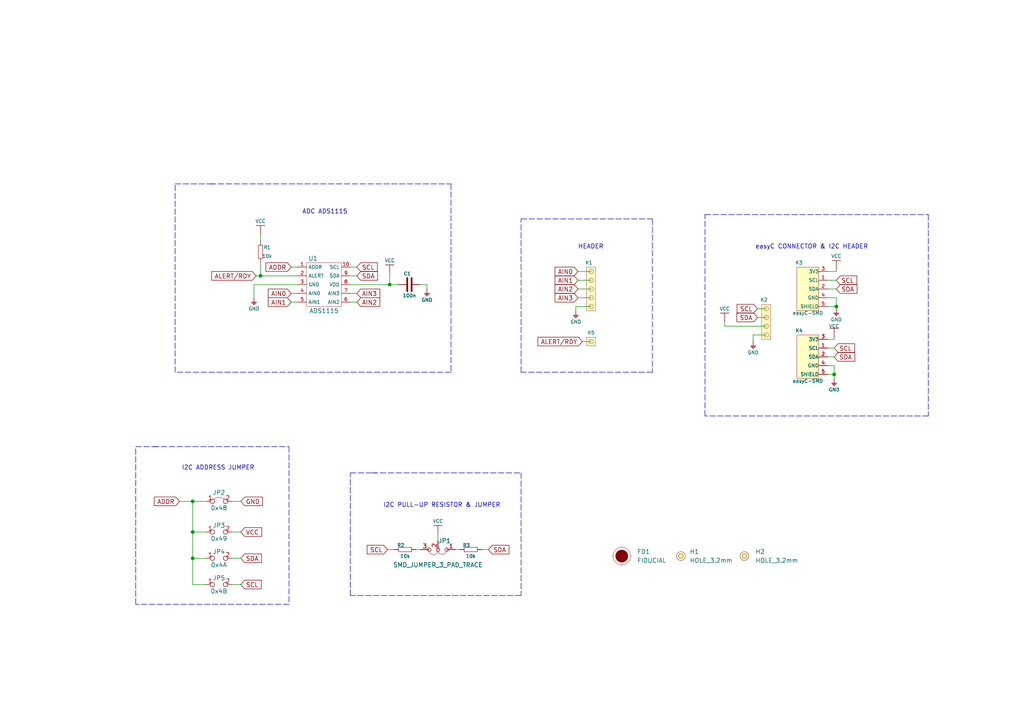
<source format=kicad_sch>
(kicad_sch (version 20211123) (generator eeschema)

  (uuid e17cdb65-091f-4382-af62-0b9fdd110fd6)

  (paper "A4")

  (title_block
    (title "4CH ADC breakout ADS1x15")
    (date "2021-07-01")
    (rev "V1.1.1.")
    (company "SOLDERED")
    (comment 1 "333095")
  )

  (lib_symbols
    (symbol "0603R_1" (pin_numbers hide) (pin_names (offset 0.254)) (in_bom yes) (on_board yes)
      (property "Reference" "R" (id 0) (at 0 1.27 0)
        (effects (font (size 1 1)))
      )
      (property "Value" "0603R_1" (id 1) (at 0 -1.905 0)
        (effects (font (size 1 1)))
      )
      (property "Footprint" "e-radionica.com footprinti:0603R" (id 2) (at 0 -3.81 0)
        (effects (font (size 1 1)) hide)
      )
      (property "Datasheet" "" (id 3) (at -0.635 1.905 0)
        (effects (font (size 1 1)) hide)
      )
      (symbol "0603R_1_0_1"
        (rectangle (start -1.905 -0.635) (end 1.905 -0.6604)
          (stroke (width 0.1) (type default) (color 0 0 0 0))
          (fill (type none))
        )
        (rectangle (start -1.905 0.635) (end -1.8796 -0.635)
          (stroke (width 0.1) (type default) (color 0 0 0 0))
          (fill (type none))
        )
        (rectangle (start -1.905 0.635) (end 1.905 0.6096)
          (stroke (width 0.1) (type default) (color 0 0 0 0))
          (fill (type none))
        )
        (rectangle (start 1.905 0.635) (end 1.9304 -0.635)
          (stroke (width 0.1) (type default) (color 0 0 0 0))
          (fill (type none))
        )
      )
      (symbol "0603R_1_1_1"
        (pin passive line (at -3.175 0 0) (length 1.27)
          (name "~" (effects (font (size 1.27 1.27))))
          (number "1" (effects (font (size 1.27 1.27))))
        )
        (pin passive line (at 3.175 0 180) (length 1.27)
          (name "~" (effects (font (size 1.27 1.27))))
          (number "2" (effects (font (size 1.27 1.27))))
        )
      )
    )
    (symbol "0603R_2" (pin_numbers hide) (pin_names (offset 0.254)) (in_bom yes) (on_board yes)
      (property "Reference" "R" (id 0) (at 0 1.27 0)
        (effects (font (size 1 1)))
      )
      (property "Value" "0603R_2" (id 1) (at 0 -1.905 0)
        (effects (font (size 1 1)))
      )
      (property "Footprint" "e-radionica.com footprinti:0603R" (id 2) (at 0 -3.81 0)
        (effects (font (size 1 1)) hide)
      )
      (property "Datasheet" "" (id 3) (at -0.635 1.905 0)
        (effects (font (size 1 1)) hide)
      )
      (symbol "0603R_2_0_1"
        (rectangle (start -1.905 -0.635) (end 1.905 -0.6604)
          (stroke (width 0.1) (type default) (color 0 0 0 0))
          (fill (type none))
        )
        (rectangle (start -1.905 0.635) (end -1.8796 -0.635)
          (stroke (width 0.1) (type default) (color 0 0 0 0))
          (fill (type none))
        )
        (rectangle (start -1.905 0.635) (end 1.905 0.6096)
          (stroke (width 0.1) (type default) (color 0 0 0 0))
          (fill (type none))
        )
        (rectangle (start 1.905 0.635) (end 1.9304 -0.635)
          (stroke (width 0.1) (type default) (color 0 0 0 0))
          (fill (type none))
        )
      )
      (symbol "0603R_2_1_1"
        (pin passive line (at -3.175 0 0) (length 1.27)
          (name "~" (effects (font (size 1.27 1.27))))
          (number "1" (effects (font (size 1.27 1.27))))
        )
        (pin passive line (at 3.175 0 180) (length 1.27)
          (name "~" (effects (font (size 1.27 1.27))))
          (number "2" (effects (font (size 1.27 1.27))))
        )
      )
    )
    (symbol "GND_1" (power) (pin_names (offset 0)) (in_bom yes) (on_board yes)
      (property "Reference" "#PWR" (id 0) (at 4.445 0 0)
        (effects (font (size 1 1)) hide)
      )
      (property "Value" "GND_1" (id 1) (at 0 -2.921 0)
        (effects (font (size 1 1)))
      )
      (property "Footprint" "" (id 2) (at 4.445 3.81 0)
        (effects (font (size 1 1)) hide)
      )
      (property "Datasheet" "" (id 3) (at 4.445 3.81 0)
        (effects (font (size 1 1)) hide)
      )
      (property "ki_keywords" "power-flag" (id 4) (at 0 0 0)
        (effects (font (size 1.27 1.27)) hide)
      )
      (property "ki_description" "Power symbol creates a global label with name \"GND\"" (id 5) (at 0 0 0)
        (effects (font (size 1.27 1.27)) hide)
      )
      (symbol "GND_1_0_1"
        (polyline
          (pts
            (xy -0.762 -1.27)
            (xy 0.762 -1.27)
          )
          (stroke (width 0.16) (type default) (color 0 0 0 0))
          (fill (type none))
        )
        (polyline
          (pts
            (xy -0.635 -1.524)
            (xy 0.635 -1.524)
          )
          (stroke (width 0.16) (type default) (color 0 0 0 0))
          (fill (type none))
        )
        (polyline
          (pts
            (xy -0.381 -1.778)
            (xy 0.381 -1.778)
          )
          (stroke (width 0.16) (type default) (color 0 0 0 0))
          (fill (type none))
        )
        (polyline
          (pts
            (xy -0.127 -2.032)
            (xy 0.127 -2.032)
          )
          (stroke (width 0.16) (type default) (color 0 0 0 0))
          (fill (type none))
        )
        (polyline
          (pts
            (xy 0 0)
            (xy 0 -1.27)
          )
          (stroke (width 0.16) (type default) (color 0 0 0 0))
          (fill (type none))
        )
      )
      (symbol "GND_1_1_1"
        (pin power_in line (at 0 0 270) (length 0) hide
          (name "GND" (effects (font (size 1.27 1.27))))
          (number "1" (effects (font (size 1.27 1.27))))
        )
      )
    )
    (symbol "GND_2" (power) (pin_names (offset 0)) (in_bom yes) (on_board yes)
      (property "Reference" "#PWR" (id 0) (at 4.445 0 0)
        (effects (font (size 1 1)) hide)
      )
      (property "Value" "GND_2" (id 1) (at 0 -2.921 0)
        (effects (font (size 1 1)))
      )
      (property "Footprint" "" (id 2) (at 4.445 3.81 0)
        (effects (font (size 1 1)) hide)
      )
      (property "Datasheet" "" (id 3) (at 4.445 3.81 0)
        (effects (font (size 1 1)) hide)
      )
      (property "ki_keywords" "power-flag" (id 4) (at 0 0 0)
        (effects (font (size 1.27 1.27)) hide)
      )
      (property "ki_description" "Power symbol creates a global label with name \"GND\"" (id 5) (at 0 0 0)
        (effects (font (size 1.27 1.27)) hide)
      )
      (symbol "GND_2_0_1"
        (polyline
          (pts
            (xy -0.762 -1.27)
            (xy 0.762 -1.27)
          )
          (stroke (width 0.16) (type default) (color 0 0 0 0))
          (fill (type none))
        )
        (polyline
          (pts
            (xy -0.635 -1.524)
            (xy 0.635 -1.524)
          )
          (stroke (width 0.16) (type default) (color 0 0 0 0))
          (fill (type none))
        )
        (polyline
          (pts
            (xy -0.381 -1.778)
            (xy 0.381 -1.778)
          )
          (stroke (width 0.16) (type default) (color 0 0 0 0))
          (fill (type none))
        )
        (polyline
          (pts
            (xy -0.127 -2.032)
            (xy 0.127 -2.032)
          )
          (stroke (width 0.16) (type default) (color 0 0 0 0))
          (fill (type none))
        )
        (polyline
          (pts
            (xy 0 0)
            (xy 0 -1.27)
          )
          (stroke (width 0.16) (type default) (color 0 0 0 0))
          (fill (type none))
        )
      )
      (symbol "GND_2_1_1"
        (pin power_in line (at 0 0 270) (length 0) hide
          (name "GND" (effects (font (size 1.27 1.27))))
          (number "1" (effects (font (size 1.27 1.27))))
        )
      )
    )
    (symbol "GND_3" (power) (pin_names (offset 0)) (in_bom yes) (on_board yes)
      (property "Reference" "#PWR" (id 0) (at 4.445 0 0)
        (effects (font (size 1 1)) hide)
      )
      (property "Value" "GND_3" (id 1) (at 0 -2.921 0)
        (effects (font (size 1 1)))
      )
      (property "Footprint" "" (id 2) (at 4.445 3.81 0)
        (effects (font (size 1 1)) hide)
      )
      (property "Datasheet" "" (id 3) (at 4.445 3.81 0)
        (effects (font (size 1 1)) hide)
      )
      (property "ki_keywords" "power-flag" (id 4) (at 0 0 0)
        (effects (font (size 1.27 1.27)) hide)
      )
      (property "ki_description" "Power symbol creates a global label with name \"GND\"" (id 5) (at 0 0 0)
        (effects (font (size 1.27 1.27)) hide)
      )
      (symbol "GND_3_0_1"
        (polyline
          (pts
            (xy -0.762 -1.27)
            (xy 0.762 -1.27)
          )
          (stroke (width 0.16) (type default) (color 0 0 0 0))
          (fill (type none))
        )
        (polyline
          (pts
            (xy -0.635 -1.524)
            (xy 0.635 -1.524)
          )
          (stroke (width 0.16) (type default) (color 0 0 0 0))
          (fill (type none))
        )
        (polyline
          (pts
            (xy -0.381 -1.778)
            (xy 0.381 -1.778)
          )
          (stroke (width 0.16) (type default) (color 0 0 0 0))
          (fill (type none))
        )
        (polyline
          (pts
            (xy -0.127 -2.032)
            (xy 0.127 -2.032)
          )
          (stroke (width 0.16) (type default) (color 0 0 0 0))
          (fill (type none))
        )
        (polyline
          (pts
            (xy 0 0)
            (xy 0 -1.27)
          )
          (stroke (width 0.16) (type default) (color 0 0 0 0))
          (fill (type none))
        )
      )
      (symbol "GND_3_1_1"
        (pin power_in line (at 0 0 270) (length 0) hide
          (name "GND" (effects (font (size 1.27 1.27))))
          (number "1" (effects (font (size 1.27 1.27))))
        )
      )
    )
    (symbol "GND_4" (power) (pin_names (offset 0)) (in_bom yes) (on_board yes)
      (property "Reference" "#PWR" (id 0) (at 4.445 0 0)
        (effects (font (size 1 1)) hide)
      )
      (property "Value" "GND_4" (id 1) (at 0 -2.921 0)
        (effects (font (size 1 1)))
      )
      (property "Footprint" "" (id 2) (at 4.445 3.81 0)
        (effects (font (size 1 1)) hide)
      )
      (property "Datasheet" "" (id 3) (at 4.445 3.81 0)
        (effects (font (size 1 1)) hide)
      )
      (property "ki_keywords" "power-flag" (id 4) (at 0 0 0)
        (effects (font (size 1.27 1.27)) hide)
      )
      (property "ki_description" "Power symbol creates a global label with name \"GND\"" (id 5) (at 0 0 0)
        (effects (font (size 1.27 1.27)) hide)
      )
      (symbol "GND_4_0_1"
        (polyline
          (pts
            (xy -0.762 -1.27)
            (xy 0.762 -1.27)
          )
          (stroke (width 0.16) (type default) (color 0 0 0 0))
          (fill (type none))
        )
        (polyline
          (pts
            (xy -0.635 -1.524)
            (xy 0.635 -1.524)
          )
          (stroke (width 0.16) (type default) (color 0 0 0 0))
          (fill (type none))
        )
        (polyline
          (pts
            (xy -0.381 -1.778)
            (xy 0.381 -1.778)
          )
          (stroke (width 0.16) (type default) (color 0 0 0 0))
          (fill (type none))
        )
        (polyline
          (pts
            (xy -0.127 -2.032)
            (xy 0.127 -2.032)
          )
          (stroke (width 0.16) (type default) (color 0 0 0 0))
          (fill (type none))
        )
        (polyline
          (pts
            (xy 0 0)
            (xy 0 -1.27)
          )
          (stroke (width 0.16) (type default) (color 0 0 0 0))
          (fill (type none))
        )
      )
      (symbol "GND_4_1_1"
        (pin power_in line (at 0 0 270) (length 0) hide
          (name "GND" (effects (font (size 1.27 1.27))))
          (number "1" (effects (font (size 1.27 1.27))))
        )
      )
    )
    (symbol "GND_5" (power) (pin_names (offset 0)) (in_bom yes) (on_board yes)
      (property "Reference" "#PWR" (id 0) (at 4.445 0 0)
        (effects (font (size 1 1)) hide)
      )
      (property "Value" "GND_5" (id 1) (at 0 -2.921 0)
        (effects (font (size 1 1)))
      )
      (property "Footprint" "" (id 2) (at 4.445 3.81 0)
        (effects (font (size 1 1)) hide)
      )
      (property "Datasheet" "" (id 3) (at 4.445 3.81 0)
        (effects (font (size 1 1)) hide)
      )
      (property "ki_keywords" "power-flag" (id 4) (at 0 0 0)
        (effects (font (size 1.27 1.27)) hide)
      )
      (property "ki_description" "Power symbol creates a global label with name \"GND\"" (id 5) (at 0 0 0)
        (effects (font (size 1.27 1.27)) hide)
      )
      (symbol "GND_5_0_1"
        (polyline
          (pts
            (xy -0.762 -1.27)
            (xy 0.762 -1.27)
          )
          (stroke (width 0.16) (type default) (color 0 0 0 0))
          (fill (type none))
        )
        (polyline
          (pts
            (xy -0.635 -1.524)
            (xy 0.635 -1.524)
          )
          (stroke (width 0.16) (type default) (color 0 0 0 0))
          (fill (type none))
        )
        (polyline
          (pts
            (xy -0.381 -1.778)
            (xy 0.381 -1.778)
          )
          (stroke (width 0.16) (type default) (color 0 0 0 0))
          (fill (type none))
        )
        (polyline
          (pts
            (xy -0.127 -2.032)
            (xy 0.127 -2.032)
          )
          (stroke (width 0.16) (type default) (color 0 0 0 0))
          (fill (type none))
        )
        (polyline
          (pts
            (xy 0 0)
            (xy 0 -1.27)
          )
          (stroke (width 0.16) (type default) (color 0 0 0 0))
          (fill (type none))
        )
      )
      (symbol "GND_5_1_1"
        (pin power_in line (at 0 0 270) (length 0) hide
          (name "GND" (effects (font (size 1.27 1.27))))
          (number "1" (effects (font (size 1.27 1.27))))
        )
      )
    )
    (symbol "HOLE_3.2mm_1" (pin_numbers hide) (pin_names hide) (in_bom yes) (on_board yes)
      (property "Reference" "H" (id 0) (at 0 2.54 0)
        (effects (font (size 1.27 1.27)))
      )
      (property "Value" "HOLE_3.2mm_1" (id 1) (at 0 -2.54 0)
        (effects (font (size 1.27 1.27)))
      )
      (property "Footprint" "e-radionica.com footprinti:HOLE_3.2mm" (id 2) (at 0 -5.08 0)
        (effects (font (size 1.27 1.27)) hide)
      )
      (property "Datasheet" "" (id 3) (at 0 0 0)
        (effects (font (size 1.27 1.27)) hide)
      )
      (symbol "HOLE_3.2mm_1_0_1"
        (circle (center 0 0) (radius 0.635)
          (stroke (width 0.1) (type default) (color 0 0 0 0))
          (fill (type none))
        )
        (circle (center 0 0) (radius 1.27)
          (stroke (width 0.1) (type default) (color 0 0 0 0))
          (fill (type background))
        )
      )
    )
    (symbol "SMD_JUMPER_1" (in_bom yes) (on_board yes)
      (property "Reference" "JP" (id 0) (at 0 1.397 0)
        (effects (font (size 1.27 1.27)))
      )
      (property "Value" "SMD_JUMPER_1" (id 1) (at 0 -2.54 0)
        (effects (font (size 1.27 1.27)))
      )
      (property "Footprint" "e-radionica.com footprinti:SMD_JUMPER" (id 2) (at 0 -5.08 0)
        (effects (font (size 1.27 1.27)) hide)
      )
      (property "Datasheet" "" (id 3) (at 0 0 0)
        (effects (font (size 1.27 1.27)) hide)
      )
      (symbol "SMD_JUMPER_1_1_1"
        (pin passive inverted (at -3.81 0 0) (length 2.54)
          (name "" (effects (font (size 1.27 1.27))))
          (number "1" (effects (font (size 1.27 1.27))))
        )
        (pin passive inverted (at 3.81 0 180) (length 2.54)
          (name "" (effects (font (size 1.27 1.27))))
          (number "2" (effects (font (size 1.27 1.27))))
        )
      )
    )
    (symbol "SMD_JUMPER_2" (in_bom yes) (on_board yes)
      (property "Reference" "JP" (id 0) (at 0 1.397 0)
        (effects (font (size 1.27 1.27)))
      )
      (property "Value" "SMD_JUMPER_2" (id 1) (at 0 -2.54 0)
        (effects (font (size 1.27 1.27)))
      )
      (property "Footprint" "e-radionica.com footprinti:SMD_JUMPER" (id 2) (at 0 -5.08 0)
        (effects (font (size 1.27 1.27)) hide)
      )
      (property "Datasheet" "" (id 3) (at 0 0 0)
        (effects (font (size 1.27 1.27)) hide)
      )
      (symbol "SMD_JUMPER_2_1_1"
        (pin passive inverted (at -3.81 0 0) (length 2.54)
          (name "" (effects (font (size 1.27 1.27))))
          (number "1" (effects (font (size 1.27 1.27))))
        )
        (pin passive inverted (at 3.81 0 180) (length 2.54)
          (name "" (effects (font (size 1.27 1.27))))
          (number "2" (effects (font (size 1.27 1.27))))
        )
      )
    )
    (symbol "VCC_1" (power) (pin_names (offset 0)) (in_bom yes) (on_board yes)
      (property "Reference" "#PWR" (id 0) (at 4.445 0 0)
        (effects (font (size 1 1)) hide)
      )
      (property "Value" "VCC_1" (id 1) (at 0 3.556 0)
        (effects (font (size 1 1)))
      )
      (property "Footprint" "" (id 2) (at 4.445 3.81 0)
        (effects (font (size 1 1)) hide)
      )
      (property "Datasheet" "" (id 3) (at 4.445 3.81 0)
        (effects (font (size 1 1)) hide)
      )
      (property "ki_keywords" "power-flag" (id 4) (at 0 0 0)
        (effects (font (size 1.27 1.27)) hide)
      )
      (property "ki_description" "Power symbol creates a global label with name \"VCC\"" (id 5) (at 0 0 0)
        (effects (font (size 1.27 1.27)) hide)
      )
      (symbol "VCC_1_0_1"
        (polyline
          (pts
            (xy -1.27 2.54)
            (xy 1.27 2.54)
          )
          (stroke (width 0.16) (type default) (color 0 0 0 0))
          (fill (type none))
        )
        (polyline
          (pts
            (xy 0 0)
            (xy 0 2.54)
          )
          (stroke (width 0) (type default) (color 0 0 0 0))
          (fill (type none))
        )
      )
      (symbol "VCC_1_1_1"
        (pin power_in line (at 0 0 90) (length 0) hide
          (name "VCC" (effects (font (size 1.27 1.27))))
          (number "1" (effects (font (size 1.27 1.27))))
        )
      )
    )
    (symbol "VCC_2" (power) (pin_names (offset 0)) (in_bom yes) (on_board yes)
      (property "Reference" "#PWR" (id 0) (at 4.445 0 0)
        (effects (font (size 1 1)) hide)
      )
      (property "Value" "VCC_2" (id 1) (at 0 3.556 0)
        (effects (font (size 1 1)))
      )
      (property "Footprint" "" (id 2) (at 4.445 3.81 0)
        (effects (font (size 1 1)) hide)
      )
      (property "Datasheet" "" (id 3) (at 4.445 3.81 0)
        (effects (font (size 1 1)) hide)
      )
      (property "ki_keywords" "power-flag" (id 4) (at 0 0 0)
        (effects (font (size 1.27 1.27)) hide)
      )
      (property "ki_description" "Power symbol creates a global label with name \"VCC\"" (id 5) (at 0 0 0)
        (effects (font (size 1.27 1.27)) hide)
      )
      (symbol "VCC_2_0_1"
        (polyline
          (pts
            (xy -1.27 2.54)
            (xy 1.27 2.54)
          )
          (stroke (width 0.16) (type default) (color 0 0 0 0))
          (fill (type none))
        )
        (polyline
          (pts
            (xy 0 0)
            (xy 0 2.54)
          )
          (stroke (width 0) (type default) (color 0 0 0 0))
          (fill (type none))
        )
      )
      (symbol "VCC_2_1_1"
        (pin power_in line (at 0 0 90) (length 0) hide
          (name "VCC" (effects (font (size 1.27 1.27))))
          (number "1" (effects (font (size 1.27 1.27))))
        )
      )
    )
    (symbol "VCC_3" (power) (pin_names (offset 0)) (in_bom yes) (on_board yes)
      (property "Reference" "#PWR" (id 0) (at 4.445 0 0)
        (effects (font (size 1 1)) hide)
      )
      (property "Value" "VCC_3" (id 1) (at 0 3.556 0)
        (effects (font (size 1 1)))
      )
      (property "Footprint" "" (id 2) (at 4.445 3.81 0)
        (effects (font (size 1 1)) hide)
      )
      (property "Datasheet" "" (id 3) (at 4.445 3.81 0)
        (effects (font (size 1 1)) hide)
      )
      (property "ki_keywords" "power-flag" (id 4) (at 0 0 0)
        (effects (font (size 1.27 1.27)) hide)
      )
      (property "ki_description" "Power symbol creates a global label with name \"VCC\"" (id 5) (at 0 0 0)
        (effects (font (size 1.27 1.27)) hide)
      )
      (symbol "VCC_3_0_1"
        (polyline
          (pts
            (xy -1.27 2.54)
            (xy 1.27 2.54)
          )
          (stroke (width 0.16) (type default) (color 0 0 0 0))
          (fill (type none))
        )
        (polyline
          (pts
            (xy 0 0)
            (xy 0 2.54)
          )
          (stroke (width 0) (type default) (color 0 0 0 0))
          (fill (type none))
        )
      )
      (symbol "VCC_3_1_1"
        (pin power_in line (at 0 0 90) (length 0) hide
          (name "VCC" (effects (font (size 1.27 1.27))))
          (number "1" (effects (font (size 1.27 1.27))))
        )
      )
    )
    (symbol "VCC_4" (power) (pin_names (offset 0)) (in_bom yes) (on_board yes)
      (property "Reference" "#PWR" (id 0) (at 4.445 0 0)
        (effects (font (size 1 1)) hide)
      )
      (property "Value" "VCC_4" (id 1) (at 0 3.556 0)
        (effects (font (size 1 1)))
      )
      (property "Footprint" "" (id 2) (at 4.445 3.81 0)
        (effects (font (size 1 1)) hide)
      )
      (property "Datasheet" "" (id 3) (at 4.445 3.81 0)
        (effects (font (size 1 1)) hide)
      )
      (property "ki_keywords" "power-flag" (id 4) (at 0 0 0)
        (effects (font (size 1.27 1.27)) hide)
      )
      (property "ki_description" "Power symbol creates a global label with name \"VCC\"" (id 5) (at 0 0 0)
        (effects (font (size 1.27 1.27)) hide)
      )
      (symbol "VCC_4_0_1"
        (polyline
          (pts
            (xy -1.27 2.54)
            (xy 1.27 2.54)
          )
          (stroke (width 0.16) (type default) (color 0 0 0 0))
          (fill (type none))
        )
        (polyline
          (pts
            (xy 0 0)
            (xy 0 2.54)
          )
          (stroke (width 0) (type default) (color 0 0 0 0))
          (fill (type none))
        )
      )
      (symbol "VCC_4_1_1"
        (pin power_in line (at 0 0 90) (length 0) hide
          (name "VCC" (effects (font (size 1.27 1.27))))
          (number "1" (effects (font (size 1.27 1.27))))
        )
      )
    )
    (symbol "VCC_5" (power) (pin_names (offset 0)) (in_bom yes) (on_board yes)
      (property "Reference" "#PWR" (id 0) (at 4.445 0 0)
        (effects (font (size 1 1)) hide)
      )
      (property "Value" "VCC_5" (id 1) (at 0 3.556 0)
        (effects (font (size 1 1)))
      )
      (property "Footprint" "" (id 2) (at 4.445 3.81 0)
        (effects (font (size 1 1)) hide)
      )
      (property "Datasheet" "" (id 3) (at 4.445 3.81 0)
        (effects (font (size 1 1)) hide)
      )
      (property "ki_keywords" "power-flag" (id 4) (at 0 0 0)
        (effects (font (size 1.27 1.27)) hide)
      )
      (property "ki_description" "Power symbol creates a global label with name \"VCC\"" (id 5) (at 0 0 0)
        (effects (font (size 1.27 1.27)) hide)
      )
      (symbol "VCC_5_0_1"
        (polyline
          (pts
            (xy -1.27 2.54)
            (xy 1.27 2.54)
          )
          (stroke (width 0.16) (type default) (color 0 0 0 0))
          (fill (type none))
        )
        (polyline
          (pts
            (xy 0 0)
            (xy 0 2.54)
          )
          (stroke (width 0) (type default) (color 0 0 0 0))
          (fill (type none))
        )
      )
      (symbol "VCC_5_1_1"
        (pin power_in line (at 0 0 90) (length 0) hide
          (name "VCC" (effects (font (size 1.27 1.27))))
          (number "1" (effects (font (size 1.27 1.27))))
        )
      )
    )
    (symbol "e-radionica.com schematics:0603C" (pin_numbers hide) (pin_names (offset 0.002)) (in_bom yes) (on_board yes)
      (property "Reference" "C" (id 0) (at 0 3.81 0)
        (effects (font (size 1 1)))
      )
      (property "Value" "0603C" (id 1) (at 0 -3.175 0)
        (effects (font (size 1 1)))
      )
      (property "Footprint" "e-radionica.com footprinti:0603C" (id 2) (at 0.635 -4.445 0)
        (effects (font (size 1 1)) hide)
      )
      (property "Datasheet" "" (id 3) (at 0 0 0)
        (effects (font (size 1 1)) hide)
      )
      (symbol "0603C_0_1"
        (polyline
          (pts
            (xy -0.635 1.905)
            (xy -0.635 -1.905)
          )
          (stroke (width 0.5) (type default) (color 0 0 0 0))
          (fill (type none))
        )
        (polyline
          (pts
            (xy 0.635 1.905)
            (xy 0.635 -1.905)
          )
          (stroke (width 0.5) (type default) (color 0 0 0 0))
          (fill (type none))
        )
      )
      (symbol "0603C_1_1"
        (pin passive line (at -3.175 0 0) (length 2.54)
          (name "~" (effects (font (size 1.27 1.27))))
          (number "1" (effects (font (size 1.27 1.27))))
        )
        (pin passive line (at 3.175 0 180) (length 2.54)
          (name "~" (effects (font (size 1.27 1.27))))
          (number "2" (effects (font (size 1.27 1.27))))
        )
      )
    )
    (symbol "e-radionica.com schematics:0603R" (pin_numbers hide) (pin_names (offset 0.254)) (in_bom yes) (on_board yes)
      (property "Reference" "R" (id 0) (at 0 1.27 0)
        (effects (font (size 1 1)))
      )
      (property "Value" "0603R" (id 1) (at 0 -1.905 0)
        (effects (font (size 1 1)))
      )
      (property "Footprint" "e-radionica.com footprinti:0603R" (id 2) (at 0 -3.81 0)
        (effects (font (size 1 1)) hide)
      )
      (property "Datasheet" "" (id 3) (at -0.635 1.905 0)
        (effects (font (size 1 1)) hide)
      )
      (symbol "0603R_0_1"
        (rectangle (start -1.905 -0.635) (end 1.905 -0.6604)
          (stroke (width 0.1) (type default) (color 0 0 0 0))
          (fill (type none))
        )
        (rectangle (start -1.905 0.635) (end -1.8796 -0.635)
          (stroke (width 0.1) (type default) (color 0 0 0 0))
          (fill (type none))
        )
        (rectangle (start -1.905 0.635) (end 1.905 0.6096)
          (stroke (width 0.1) (type default) (color 0 0 0 0))
          (fill (type none))
        )
        (rectangle (start 1.905 0.635) (end 1.9304 -0.635)
          (stroke (width 0.1) (type default) (color 0 0 0 0))
          (fill (type none))
        )
      )
      (symbol "0603R_1_1"
        (pin passive line (at -3.175 0 0) (length 1.27)
          (name "~" (effects (font (size 1.27 1.27))))
          (number "1" (effects (font (size 1.27 1.27))))
        )
        (pin passive line (at 3.175 0 180) (length 1.27)
          (name "~" (effects (font (size 1.27 1.27))))
          (number "2" (effects (font (size 1.27 1.27))))
        )
      )
    )
    (symbol "e-radionica.com schematics:ADS1115" (in_bom yes) (on_board yes)
      (property "Reference" "U" (id 0) (at 0 7.62 0)
        (effects (font (size 1.27 1.27)))
      )
      (property "Value" "ADS1115" (id 1) (at 0 -7.62 0)
        (effects (font (size 1.27 1.27)))
      )
      (property "Footprint" "e-radionica.com footprinti:VSSOP" (id 2) (at 0 0 0)
        (effects (font (size 1.27 1.27)) hide)
      )
      (property "Datasheet" "" (id 3) (at 0 0 0)
        (effects (font (size 1.27 1.27)) hide)
      )
      (symbol "ADS1115_0_1"
        (rectangle (start -5.08 6.35) (end 5.08 -6.35)
          (stroke (width 0.0006) (type default) (color 0 0 0 0))
          (fill (type none))
        )
      )
      (symbol "ADS1115_1_1"
        (pin input line (at -7.62 5.08 0) (length 2.54)
          (name "ADDR" (effects (font (size 1 1))))
          (number "1" (effects (font (size 1 1))))
        )
        (pin input line (at 7.62 5.08 180) (length 2.54)
          (name "SCL" (effects (font (size 1 1))))
          (number "10" (effects (font (size 1 1))))
        )
        (pin input line (at -7.62 2.54 0) (length 2.54)
          (name "ALERT" (effects (font (size 1 1))))
          (number "2" (effects (font (size 1 1))))
        )
        (pin passive line (at -7.62 0 0) (length 2.54)
          (name "GND" (effects (font (size 1 1))))
          (number "3" (effects (font (size 1 1))))
        )
        (pin input line (at -7.62 -2.54 0) (length 2.54)
          (name "AIN0" (effects (font (size 1 1))))
          (number "4" (effects (font (size 1 1))))
        )
        (pin input line (at -7.62 -5.08 0) (length 2.54)
          (name "AIN1" (effects (font (size 1 1))))
          (number "5" (effects (font (size 1 1))))
        )
        (pin input line (at 7.62 -5.08 180) (length 2.54)
          (name "AIN2" (effects (font (size 1 1))))
          (number "6" (effects (font (size 1 1))))
        )
        (pin input line (at 7.62 -2.54 180) (length 2.54)
          (name "AIN3" (effects (font (size 1 1))))
          (number "7" (effects (font (size 1 1))))
        )
        (pin input line (at 7.62 0 180) (length 2.54)
          (name "VDD" (effects (font (size 1 1))))
          (number "8" (effects (font (size 1 1))))
        )
        (pin input line (at 7.62 2.54 180) (length 2.54)
          (name "SDA" (effects (font (size 1 1))))
          (number "9" (effects (font (size 1 1))))
        )
      )
    )
    (symbol "e-radionica.com schematics:FIDUCIAL" (in_bom no) (on_board yes)
      (property "Reference" "FD" (id 0) (at 0 3.81 0)
        (effects (font (size 1.27 1.27)))
      )
      (property "Value" "FIDUCIAL" (id 1) (at 0 -3.81 0)
        (effects (font (size 1.27 1.27)))
      )
      (property "Footprint" "e-radionica.com footprinti:FIDUCIAL_23" (id 2) (at 0.254 -5.334 0)
        (effects (font (size 1.27 1.27)) hide)
      )
      (property "Datasheet" "" (id 3) (at 0 0 0)
        (effects (font (size 1.27 1.27)) hide)
      )
      (symbol "FIDUCIAL_0_1"
        (polyline
          (pts
            (xy -2.54 0)
            (xy -2.794 0)
          )
          (stroke (width 0.0006) (type default) (color 0 0 0 0))
          (fill (type none))
        )
        (polyline
          (pts
            (xy 0 -2.54)
            (xy 0 -2.794)
          )
          (stroke (width 0.0006) (type default) (color 0 0 0 0))
          (fill (type none))
        )
        (polyline
          (pts
            (xy 0 2.54)
            (xy 0 2.794)
          )
          (stroke (width 0.0006) (type default) (color 0 0 0 0))
          (fill (type none))
        )
        (polyline
          (pts
            (xy 2.54 0)
            (xy 2.794 0)
          )
          (stroke (width 0.0006) (type default) (color 0 0 0 0))
          (fill (type none))
        )
        (circle (center 0 0) (radius 1.7961)
          (stroke (width 0.001) (type default) (color 0 0 0 0))
          (fill (type outline))
        )
        (circle (center 0 0) (radius 2.54)
          (stroke (width 0.0006) (type default) (color 0 0 0 0))
          (fill (type none))
        )
      )
    )
    (symbol "e-radionica.com schematics:GND" (power) (pin_names (offset 0)) (in_bom yes) (on_board yes)
      (property "Reference" "#PWR" (id 0) (at 4.445 0 0)
        (effects (font (size 1 1)) hide)
      )
      (property "Value" "GND" (id 1) (at 0 -2.921 0)
        (effects (font (size 1 1)))
      )
      (property "Footprint" "" (id 2) (at 4.445 3.81 0)
        (effects (font (size 1 1)) hide)
      )
      (property "Datasheet" "" (id 3) (at 4.445 3.81 0)
        (effects (font (size 1 1)) hide)
      )
      (property "ki_keywords" "power-flag" (id 4) (at 0 0 0)
        (effects (font (size 1.27 1.27)) hide)
      )
      (property "ki_description" "Power symbol creates a global label with name \"GND\"" (id 5) (at 0 0 0)
        (effects (font (size 1.27 1.27)) hide)
      )
      (symbol "GND_0_1"
        (polyline
          (pts
            (xy -0.762 -1.27)
            (xy 0.762 -1.27)
          )
          (stroke (width 0.16) (type default) (color 0 0 0 0))
          (fill (type none))
        )
        (polyline
          (pts
            (xy -0.635 -1.524)
            (xy 0.635 -1.524)
          )
          (stroke (width 0.16) (type default) (color 0 0 0 0))
          (fill (type none))
        )
        (polyline
          (pts
            (xy -0.381 -1.778)
            (xy 0.381 -1.778)
          )
          (stroke (width 0.16) (type default) (color 0 0 0 0))
          (fill (type none))
        )
        (polyline
          (pts
            (xy -0.127 -2.032)
            (xy 0.127 -2.032)
          )
          (stroke (width 0.16) (type default) (color 0 0 0 0))
          (fill (type none))
        )
        (polyline
          (pts
            (xy 0 0)
            (xy 0 -1.27)
          )
          (stroke (width 0.16) (type default) (color 0 0 0 0))
          (fill (type none))
        )
      )
      (symbol "GND_1_1"
        (pin power_in line (at 0 0 270) (length 0) hide
          (name "GND" (effects (font (size 1.27 1.27))))
          (number "1" (effects (font (size 1.27 1.27))))
        )
      )
    )
    (symbol "e-radionica.com schematics:HEADER_MALE_1X1" (pin_numbers hide) (pin_names hide) (in_bom yes) (on_board yes)
      (property "Reference" "K" (id 0) (at 0 2.54 0)
        (effects (font (size 1 1)))
      )
      (property "Value" "HEADER_MALE_1X1" (id 1) (at 0 -2.54 0)
        (effects (font (size 1 1)))
      )
      (property "Footprint" "e-radionica.com footprinti:HEADER_MALE_1X1" (id 2) (at 0 -3.81 0)
        (effects (font (size 1 1)) hide)
      )
      (property "Datasheet" "" (id 3) (at 0 0 0)
        (effects (font (size 1 1)) hide)
      )
      (symbol "HEADER_MALE_1X1_0_1"
        (rectangle (start -1.27 1.27) (end 1.27 -1.27)
          (stroke (width 0.001) (type default) (color 0 0 0 0))
          (fill (type background))
        )
        (circle (center 0 0) (radius 0.635)
          (stroke (width 0.0006) (type default) (color 0 0 0 0))
          (fill (type none))
        )
      )
      (symbol "HEADER_MALE_1X1_1_1"
        (pin passive line (at 0 0 180) (length 0)
          (name "~" (effects (font (size 1 1))))
          (number "1" (effects (font (size 1 1))))
        )
      )
    )
    (symbol "e-radionica.com schematics:HEADER_MALE_4X1" (pin_numbers hide) (pin_names hide) (in_bom yes) (on_board yes)
      (property "Reference" "K" (id 0) (at 0 7.62 0)
        (effects (font (size 1 1)))
      )
      (property "Value" "HEADER_MALE_4X1" (id 1) (at 0 -5.08 0)
        (effects (font (size 1 1)))
      )
      (property "Footprint" "e-radionica.com footprinti:HEADER_MALE_4X1" (id 2) (at 0 -6.35 0)
        (effects (font (size 1 1)) hide)
      )
      (property "Datasheet" "" (id 3) (at 0 -2.54 0)
        (effects (font (size 1 1)) hide)
      )
      (symbol "HEADER_MALE_4X1_0_1"
        (circle (center 0 -2.54) (radius 0.635)
          (stroke (width 0.0006) (type default) (color 0 0 0 0))
          (fill (type none))
        )
        (circle (center 0 0) (radius 0.635)
          (stroke (width 0.0006) (type default) (color 0 0 0 0))
          (fill (type none))
        )
        (circle (center 0 2.54) (radius 0.635)
          (stroke (width 0.0006) (type default) (color 0 0 0 0))
          (fill (type none))
        )
        (circle (center 0 5.08) (radius 0.635)
          (stroke (width 0.0006) (type default) (color 0 0 0 0))
          (fill (type none))
        )
        (rectangle (start 1.27 -3.81) (end -1.27 6.35)
          (stroke (width 0.001) (type default) (color 0 0 0 0))
          (fill (type background))
        )
      )
      (symbol "HEADER_MALE_4X1_1_1"
        (pin passive line (at 0 -2.54 180) (length 0)
          (name "~" (effects (font (size 1 1))))
          (number "1" (effects (font (size 1 1))))
        )
        (pin passive line (at 0 0 180) (length 0)
          (name "~" (effects (font (size 1 1))))
          (number "2" (effects (font (size 1 1))))
        )
        (pin passive line (at 0 2.54 180) (length 0)
          (name "~" (effects (font (size 1 1))))
          (number "3" (effects (font (size 1 1))))
        )
        (pin passive line (at 0 5.08 180) (length 0)
          (name "~" (effects (font (size 1 1))))
          (number "4" (effects (font (size 1 1))))
        )
      )
    )
    (symbol "e-radionica.com schematics:HEADER_MALE_5X1" (pin_numbers hide) (pin_names hide) (in_bom yes) (on_board yes)
      (property "Reference" "K" (id 0) (at 0 7.62 0)
        (effects (font (size 1 1)))
      )
      (property "Value" "HEADER_MALE_5X1" (id 1) (at 0.635 -7.62 0)
        (effects (font (size 1 1)))
      )
      (property "Footprint" "e-radionica.com footprinti:HEADER_MALE_5X1" (id 2) (at 0 -10.16 0)
        (effects (font (size 1 1)) hide)
      )
      (property "Datasheet" "" (id 3) (at 0 0 0)
        (effects (font (size 1 1)) hide)
      )
      (symbol "HEADER_MALE_5X1_0_1"
        (rectangle (start -1.27 6.35) (end 1.27 -6.35)
          (stroke (width 0.001) (type default) (color 0 0 0 0))
          (fill (type background))
        )
        (circle (center 0 -5.08) (radius 0.635)
          (stroke (width 0.0006) (type default) (color 0 0 0 0))
          (fill (type none))
        )
        (circle (center 0 -2.54) (radius 0.635)
          (stroke (width 0.0006) (type default) (color 0 0 0 0))
          (fill (type none))
        )
        (circle (center 0 0) (radius 0.635)
          (stroke (width 0.0006) (type default) (color 0 0 0 0))
          (fill (type none))
        )
        (circle (center 0 2.54) (radius 0.635)
          (stroke (width 0.0006) (type default) (color 0 0 0 0))
          (fill (type none))
        )
        (circle (center 0 5.08) (radius 0.635)
          (stroke (width 0.0006) (type default) (color 0 0 0 0))
          (fill (type none))
        )
      )
      (symbol "HEADER_MALE_5X1_1_1"
        (pin passive line (at 0 -5.08 180) (length 0)
          (name "~" (effects (font (size 1 1))))
          (number "1" (effects (font (size 1 1))))
        )
        (pin passive line (at 0 -2.54 180) (length 0)
          (name "~" (effects (font (size 1 1))))
          (number "2" (effects (font (size 1 1))))
        )
        (pin passive line (at 0 0 180) (length 0)
          (name "~" (effects (font (size 1 1))))
          (number "3" (effects (font (size 1 1))))
        )
        (pin passive line (at 0 2.54 180) (length 0)
          (name "~" (effects (font (size 1 1))))
          (number "4" (effects (font (size 1 1))))
        )
        (pin passive line (at 0 5.08 180) (length 0)
          (name "~" (effects (font (size 0.991 0.991))))
          (number "5" (effects (font (size 0.991 0.991))))
        )
      )
    )
    (symbol "e-radionica.com schematics:HOLE_3.2mm" (pin_numbers hide) (pin_names hide) (in_bom yes) (on_board yes)
      (property "Reference" "H" (id 0) (at 0 2.54 0)
        (effects (font (size 1.27 1.27)))
      )
      (property "Value" "HOLE_3.2mm" (id 1) (at 0 -2.54 0)
        (effects (font (size 1.27 1.27)))
      )
      (property "Footprint" "e-radionica.com footprinti:HOLE_3.2mm" (id 2) (at 0 -5.08 0)
        (effects (font (size 1.27 1.27)) hide)
      )
      (property "Datasheet" "" (id 3) (at 0 0 0)
        (effects (font (size 1.27 1.27)) hide)
      )
      (symbol "HOLE_3.2mm_0_1"
        (circle (center 0 0) (radius 0.635)
          (stroke (width 0.1) (type default) (color 0 0 0 0))
          (fill (type none))
        )
        (circle (center 0 0) (radius 1.27)
          (stroke (width 0.1) (type default) (color 0 0 0 0))
          (fill (type background))
        )
      )
    )
    (symbol "e-radionica.com schematics:SMD-JUMPER-CONNECTED" (in_bom yes) (on_board yes)
      (property "Reference" "JP" (id 0) (at 0 3.556 0)
        (effects (font (size 1.27 1.27)))
      )
      (property "Value" "SMD-JUMPER-CONNECTED" (id 1) (at 0 -2.54 0)
        (effects (font (size 1.27 1.27)))
      )
      (property "Footprint" "e-radionica.com footprinti:SMD_JUMPER_CONNECTED" (id 2) (at 0 -5.08 0)
        (effects (font (size 1.27 1.27)) hide)
      )
      (property "Datasheet" "" (id 3) (at 0 0 0)
        (effects (font (size 1.27 1.27)) hide)
      )
      (symbol "SMD-JUMPER-CONNECTED_0_1"
        (arc (start 1.5845 0.5996) (mid -0.0202 1.1519) (end -1.6159 0.5742)
          (stroke (width 0.1) (type default) (color 0 0 0 0))
          (fill (type none))
        )
      )
      (symbol "SMD-JUMPER-CONNECTED_1_1"
        (pin passive inverted (at -3.81 0 0) (length 2.54)
          (name "" (effects (font (size 1.27 1.27))))
          (number "1" (effects (font (size 1.27 1.27))))
        )
        (pin passive inverted (at 3.81 0 180) (length 2.54)
          (name "" (effects (font (size 1.27 1.27))))
          (number "2" (effects (font (size 1.27 1.27))))
        )
      )
    )
    (symbol "e-radionica.com schematics:SMD_JUMPER" (in_bom yes) (on_board yes)
      (property "Reference" "JP" (id 0) (at 0 1.397 0)
        (effects (font (size 1.27 1.27)))
      )
      (property "Value" "SMD_JUMPER" (id 1) (at 0 -2.54 0)
        (effects (font (size 1.27 1.27)))
      )
      (property "Footprint" "e-radionica.com footprinti:SMD_JUMPER" (id 2) (at 0 -5.08 0)
        (effects (font (size 1.27 1.27)) hide)
      )
      (property "Datasheet" "" (id 3) (at 0 0 0)
        (effects (font (size 1.27 1.27)) hide)
      )
      (symbol "SMD_JUMPER_1_1"
        (pin passive inverted (at -3.81 0 0) (length 2.54)
          (name "" (effects (font (size 1.27 1.27))))
          (number "1" (effects (font (size 1.27 1.27))))
        )
        (pin passive inverted (at 3.81 0 180) (length 2.54)
          (name "" (effects (font (size 1.27 1.27))))
          (number "2" (effects (font (size 1.27 1.27))))
        )
      )
    )
    (symbol "e-radionica.com schematics:SMD_JUMPER_3_PAD_TRACE" (in_bom yes) (on_board yes)
      (property "Reference" "JP" (id 0) (at 0 2.54 0)
        (effects (font (size 1.27 1.27)))
      )
      (property "Value" "SMD_JUMPER_3_PAD_TRACE" (id 1) (at 0.3048 -4.572 0)
        (effects (font (size 1.27 1.27)))
      )
      (property "Footprint" "e-radionica.com footprinti:SMD_JUMPER_3_PAD_TRACE" (id 2) (at 0 -7.62 0)
        (effects (font (size 1.27 1.27)) hide)
      )
      (property "Datasheet" "" (id 3) (at 0 0 0)
        (effects (font (size 1.27 1.27)) hide)
      )
      (symbol "SMD_JUMPER_3_PAD_TRACE_0_1"
        (circle (center -2.54 0) (radius 0.508)
          (stroke (width 0.1524) (type default) (color 0 0 0 0))
          (fill (type none))
        )
        (circle (center 0 0) (radius 0.508)
          (stroke (width 0.1524) (type default) (color 0 0 0 0))
          (fill (type none))
        )
        (arc (start 0 0.508) (mid -1.27 1.3552) (end -2.54 0.508)
          (stroke (width 0.1) (type default) (color 0 0 0 0))
          (fill (type none))
        )
        (circle (center 2.54 0) (radius 0.508)
          (stroke (width 0.1524) (type default) (color 0 0 0 0))
          (fill (type none))
        )
        (arc (start 2.54 0.508) (mid 1.27 1.4777) (end 0 0.508)
          (stroke (width 0.1) (type default) (color 0 0 0 0))
          (fill (type none))
        )
      )
      (symbol "SMD_JUMPER_3_PAD_TRACE_1_1"
        (pin input line (at -5.08 0 0) (length 2.54)
          (name "" (effects (font (size 1.27 1.27))))
          (number "1" (effects (font (size 1.27 1.27))))
        )
        (pin input line (at 0 -2.54 90) (length 2.54)
          (name "" (effects (font (size 1.27 1.27))))
          (number "2" (effects (font (size 1.27 1.27))))
        )
        (pin input line (at 5.08 0 180) (length 2.54)
          (name "" (effects (font (size 1.27 1.27))))
          (number "3" (effects (font (size 1.27 1.27))))
        )
      )
    )
    (symbol "e-radionica.com schematics:VCC" (power) (pin_names (offset 0)) (in_bom yes) (on_board yes)
      (property "Reference" "#PWR" (id 0) (at 4.445 0 0)
        (effects (font (size 1 1)) hide)
      )
      (property "Value" "VCC" (id 1) (at 0 3.556 0)
        (effects (font (size 1 1)))
      )
      (property "Footprint" "" (id 2) (at 4.445 3.81 0)
        (effects (font (size 1 1)) hide)
      )
      (property "Datasheet" "" (id 3) (at 4.445 3.81 0)
        (effects (font (size 1 1)) hide)
      )
      (property "ki_keywords" "power-flag" (id 4) (at 0 0 0)
        (effects (font (size 1.27 1.27)) hide)
      )
      (property "ki_description" "Power symbol creates a global label with name \"VCC\"" (id 5) (at 0 0 0)
        (effects (font (size 1.27 1.27)) hide)
      )
      (symbol "VCC_0_1"
        (polyline
          (pts
            (xy -1.27 2.54)
            (xy 1.27 2.54)
          )
          (stroke (width 0.16) (type default) (color 0 0 0 0))
          (fill (type none))
        )
        (polyline
          (pts
            (xy 0 0)
            (xy 0 2.54)
          )
          (stroke (width 0) (type default) (color 0 0 0 0))
          (fill (type none))
        )
      )
      (symbol "VCC_1_1"
        (pin power_in line (at 0 0 90) (length 0) hide
          (name "VCC" (effects (font (size 1.27 1.27))))
          (number "1" (effects (font (size 1.27 1.27))))
        )
      )
    )
    (symbol "e-radionica.com schematics:easyC-SMD" (pin_names (offset 0.002)) (in_bom yes) (on_board yes)
      (property "Reference" "K" (id 0) (at 0 10.16 0)
        (effects (font (size 1 1)))
      )
      (property "Value" "easyC-SMD" (id 1) (at 0 -5.08 0)
        (effects (font (size 1 1)))
      )
      (property "Footprint" "e-radionica.com footprinti:easyC-connector" (id 2) (at 0 -6.35 0)
        (effects (font (size 1 1)) hide)
      )
      (property "Datasheet" "" (id 3) (at 3.175 2.54 0)
        (effects (font (size 1 1)) hide)
      )
      (symbol "easyC-SMD_0_1"
        (rectangle (start -3.175 8.89) (end 3.175 -3.81)
          (stroke (width 0.1) (type default) (color 0 0 0 0))
          (fill (type background))
        )
      )
      (symbol "easyC-SMD_1_1"
        (pin passive line (at 5.715 5.08 180) (length 2.54)
          (name "SCL" (effects (font (size 1 1))))
          (number "1" (effects (font (size 1 1))))
        )
        (pin passive line (at 5.715 2.54 180) (length 2.54)
          (name "SDA" (effects (font (size 1 1))))
          (number "2" (effects (font (size 1 1))))
        )
        (pin passive line (at 5.715 7.62 180) (length 2.54)
          (name "3V3" (effects (font (size 1 1))))
          (number "3" (effects (font (size 1 1))))
        )
        (pin passive line (at 5.715 0 180) (length 2.54)
          (name "GND" (effects (font (size 1 1))))
          (number "4" (effects (font (size 1 1))))
        )
        (pin passive line (at 5.715 -2.54 180) (length 2.54)
          (name "SHIELD" (effects (font (size 1 1))))
          (number "5" (effects (font (size 1 1))))
        )
      )
    )
    (symbol "easyC-SMD_1" (pin_names (offset 0.002)) (in_bom yes) (on_board yes)
      (property "Reference" "K" (id 0) (at 0 10.16 0)
        (effects (font (size 1 1)))
      )
      (property "Value" "easyC-SMD_1" (id 1) (at 0 -5.08 0)
        (effects (font (size 1 1)))
      )
      (property "Footprint" "e-radionica.com footprinti:easyC-connector" (id 2) (at 0 -6.35 0)
        (effects (font (size 1 1)) hide)
      )
      (property "Datasheet" "" (id 3) (at 3.175 2.54 0)
        (effects (font (size 1 1)) hide)
      )
      (symbol "easyC-SMD_1_0_1"
        (rectangle (start -3.175 8.89) (end 3.175 -3.81)
          (stroke (width 0.1) (type default) (color 0 0 0 0))
          (fill (type background))
        )
      )
      (symbol "easyC-SMD_1_1_1"
        (pin passive line (at 5.715 5.08 180) (length 2.54)
          (name "SCL" (effects (font (size 1 1))))
          (number "1" (effects (font (size 1 1))))
        )
        (pin passive line (at 5.715 2.54 180) (length 2.54)
          (name "SDA" (effects (font (size 1 1))))
          (number "2" (effects (font (size 1 1))))
        )
        (pin passive line (at 5.715 7.62 180) (length 2.54)
          (name "3V3" (effects (font (size 1 1))))
          (number "3" (effects (font (size 1 1))))
        )
        (pin passive line (at 5.715 0 180) (length 2.54)
          (name "GND" (effects (font (size 1 1))))
          (number "4" (effects (font (size 1 1))))
        )
        (pin passive line (at 5.715 -2.54 180) (length 2.54)
          (name "SHIELD" (effects (font (size 1 1))))
          (number "5" (effects (font (size 1 1))))
        )
      )
    )
  )

  (junction (at 113.03 82.55) (diameter 0.9144) (color 0 0 0 0)
    (uuid 127679a9-3981-4934-815e-896a4e3ff56e)
  )
  (junction (at 241.935 108.585) (diameter 0.9144) (color 0 0 0 0)
    (uuid 48ab88d7-7084-4d02-b109-3ad55a30bb11)
  )
  (junction (at 55.88 154.305) (diameter 0.9144) (color 0 0 0 0)
    (uuid 6a45789b-3855-401f-8139-3c734f7f52f9)
  )
  (junction (at 55.88 145.415) (diameter 0.9144) (color 0 0 0 0)
    (uuid 6c9b793c-e74d-4754-a2c0-901e73b26f1c)
  )
  (junction (at 75.565 80.01) (diameter 0.9144) (color 0 0 0 0)
    (uuid 716e31c5-485f-40b5-88e3-a75900da9811)
  )
  (junction (at 55.88 161.925) (diameter 0.9144) (color 0 0 0 0)
    (uuid b1086f75-01ba-4188-8d36-75a9e2828ca9)
  )
  (junction (at 242.57 88.9) (diameter 0.9144) (color 0 0 0 0)
    (uuid f71da641-16e6-4257-80c3-0b9d804fee4f)
  )

  (wire (pts (xy 113.03 82.55) (xy 115.57 82.55))
    (stroke (width 0) (type solid) (color 0 0 0 0))
    (uuid 00888161-d2e2-4aec-a1e7-348bdb3d8c1e)
  )
  (wire (pts (xy 67.31 161.925) (xy 69.85 161.925))
    (stroke (width 0) (type solid) (color 0 0 0 0))
    (uuid 083d2c4e-b8ff-405f-9de6-427db5a5a6a8)
  )
  (polyline (pts (xy 101.6 137.16) (xy 109.22 137.16))
    (stroke (width 0) (type dash) (color 0 0 0 0))
    (uuid 087f6c61-bc5a-472d-8316-7f358529e41b)
  )
  (polyline (pts (xy 101.6 172.72) (xy 101.6 137.16))
    (stroke (width 0) (type dash) (color 0 0 0 0))
    (uuid 087f6c61-bc5a-472d-8316-7f358529e41c)
  )
  (polyline (pts (xy 107.95 137.16) (xy 151.13 137.16))
    (stroke (width 0) (type dash) (color 0 0 0 0))
    (uuid 087f6c61-bc5a-472d-8316-7f358529e41d)
  )
  (polyline (pts (xy 151.13 137.16) (xy 151.13 172.72))
    (stroke (width 0) (type dash) (color 0 0 0 0))
    (uuid 087f6c61-bc5a-472d-8316-7f358529e41e)
  )
  (polyline (pts (xy 151.13 172.72) (xy 101.6 172.72))
    (stroke (width 0) (type dash) (color 0 0 0 0))
    (uuid 087f6c61-bc5a-472d-8316-7f358529e41f)
  )

  (wire (pts (xy 240.03 103.505) (xy 241.935 103.505))
    (stroke (width 0) (type solid) (color 0 0 0 0))
    (uuid 0e17d909-0c96-4d12-a2b6-ef5a679e3327)
  )
  (wire (pts (xy 101.6 80.01) (xy 103.505 80.01))
    (stroke (width 0) (type solid) (color 0 0 0 0))
    (uuid 13b7ae0b-da45-452e-a91e-208245b2b6ce)
  )
  (wire (pts (xy 52.07 145.415) (xy 55.88 145.415))
    (stroke (width 0) (type solid) (color 0 0 0 0))
    (uuid 1663494e-5b3d-4e4e-8707-a49bc6e22929)
  )
  (wire (pts (xy 55.88 145.415) (xy 59.436 145.415))
    (stroke (width 0) (type solid) (color 0 0 0 0))
    (uuid 1663494e-5b3d-4e4e-8707-a49bc6e2292a)
  )
  (wire (pts (xy 240.03 81.28) (xy 242.57 81.28))
    (stroke (width 0) (type solid) (color 0 0 0 0))
    (uuid 1be6da71-c823-4782-8a0d-a2da8cd3e8e1)
  )
  (wire (pts (xy 101.6 77.47) (xy 103.505 77.47))
    (stroke (width 0) (type solid) (color 0 0 0 0))
    (uuid 1e4d3047-3509-4a30-95cd-3e57cd622583)
  )
  (wire (pts (xy 84.455 77.47) (xy 86.36 77.47))
    (stroke (width 0) (type solid) (color 0 0 0 0))
    (uuid 1fe15357-3b7c-41a6-a872-ad1318d67d57)
  )
  (wire (pts (xy 240.03 106.045) (xy 241.935 106.045))
    (stroke (width 0) (type solid) (color 0 0 0 0))
    (uuid 23af1255-838d-4897-ab91-4e1632540561)
  )
  (wire (pts (xy 241.935 106.045) (xy 241.935 108.585))
    (stroke (width 0) (type solid) (color 0 0 0 0))
    (uuid 23af1255-838d-4897-ab91-4e1632540562)
  )
  (wire (pts (xy 241.935 108.585) (xy 241.935 109.855))
    (stroke (width 0) (type solid) (color 0 0 0 0))
    (uuid 23af1255-838d-4897-ab91-4e1632540563)
  )
  (wire (pts (xy 240.03 98.425) (xy 241.935 98.425))
    (stroke (width 0) (type solid) (color 0 0 0 0))
    (uuid 2862acb4-cf63-4c76-a15e-a5e8f8d6657f)
  )
  (wire (pts (xy 241.935 98.425) (xy 241.935 97.79))
    (stroke (width 0) (type solid) (color 0 0 0 0))
    (uuid 2862acb4-cf63-4c76-a15e-a5e8f8d66580)
  )
  (wire (pts (xy 240.03 108.585) (xy 241.935 108.585))
    (stroke (width 0) (type solid) (color 0 0 0 0))
    (uuid 2b93b45e-6615-4795-9af9-8a3efd054961)
  )
  (wire (pts (xy 127 154.9654) (xy 127.0254 154.9654))
    (stroke (width 0) (type solid) (color 0 0 0 0))
    (uuid 2bcdecb2-c002-4c62-8874-4da36bfa573c)
  )
  (wire (pts (xy 127 157.48) (xy 127 154.9654))
    (stroke (width 0) (type solid) (color 0 0 0 0))
    (uuid 2bcdecb2-c002-4c62-8874-4da36bfa573d)
  )
  (wire (pts (xy 218.44 97.155) (xy 218.44 99.06))
    (stroke (width 0) (type default) (color 0 0 0 0))
    (uuid 2d6309e0-dcb2-47b3-8e8b-e6c918f0841f)
  )
  (wire (pts (xy 167.64 86.36) (xy 171.45 86.36))
    (stroke (width 0) (type solid) (color 0 0 0 0))
    (uuid 37c232be-bd7a-4492-9ceb-436c37913d4c)
  )
  (wire (pts (xy 240.03 100.965) (xy 241.935 100.965))
    (stroke (width 0) (type solid) (color 0 0 0 0))
    (uuid 38ff7e07-dd1c-4c1d-b65b-9b1dc6ef4253)
  )
  (polyline (pts (xy 50.8 53.34) (xy 62.23 53.34))
    (stroke (width 0) (type dash) (color 0 0 0 0))
    (uuid 3d6dd0e9-ca88-4363-9072-69ee97ca957d)
  )
  (polyline (pts (xy 50.8 107.95) (xy 50.8 53.34))
    (stroke (width 0) (type dash) (color 0 0 0 0))
    (uuid 3d6dd0e9-ca88-4363-9072-69ee97ca957e)
  )
  (polyline (pts (xy 60.96 53.34) (xy 130.81 53.34))
    (stroke (width 0) (type dash) (color 0 0 0 0))
    (uuid 3d6dd0e9-ca88-4363-9072-69ee97ca957f)
  )
  (polyline (pts (xy 130.81 53.34) (xy 130.81 107.95))
    (stroke (width 0) (type dash) (color 0 0 0 0))
    (uuid 3d6dd0e9-ca88-4363-9072-69ee97ca9580)
  )
  (polyline (pts (xy 130.81 107.95) (xy 50.8 107.95))
    (stroke (width 0) (type dash) (color 0 0 0 0))
    (uuid 3d6dd0e9-ca88-4363-9072-69ee97ca9581)
  )

  (wire (pts (xy 167.005 90.17) (xy 167.005 88.9))
    (stroke (width 0) (type default) (color 0 0 0 0))
    (uuid 46a4ea48-c711-4ba8-bcde-157460e3d207)
  )
  (polyline (pts (xy 39.37 129.54) (xy 45.72 129.54))
    (stroke (width 0) (type dash) (color 0 0 0 0))
    (uuid 4dc4975c-3981-41af-84c2-4fdc500439de)
  )
  (polyline (pts (xy 39.37 175.26) (xy 39.37 129.54))
    (stroke (width 0) (type dash) (color 0 0 0 0))
    (uuid 4dc4975c-3981-41af-84c2-4fdc500439df)
  )
  (polyline (pts (xy 44.45 129.54) (xy 83.82 129.54))
    (stroke (width 0) (type dash) (color 0 0 0 0))
    (uuid 4dc4975c-3981-41af-84c2-4fdc500439e0)
  )
  (polyline (pts (xy 83.82 129.54) (xy 83.82 175.26))
    (stroke (width 0) (type dash) (color 0 0 0 0))
    (uuid 4dc4975c-3981-41af-84c2-4fdc500439e1)
  )
  (polyline (pts (xy 83.82 175.26) (xy 39.37 175.26))
    (stroke (width 0) (type dash) (color 0 0 0 0))
    (uuid 4dc4975c-3981-41af-84c2-4fdc500439e2)
  )
  (polyline (pts (xy 151.13 63.5) (xy 189.23 63.5))
    (stroke (width 0) (type dash) (color 0 0 0 0))
    (uuid 50da39a4-9278-4a5f-bad2-134fc6853a74)
  )
  (polyline (pts (xy 151.13 107.95) (xy 151.13 63.5))
    (stroke (width 0) (type dash) (color 0 0 0 0))
    (uuid 50da39a4-9278-4a5f-bad2-134fc6853a75)
  )
  (polyline (pts (xy 189.23 63.5) (xy 189.23 107.95))
    (stroke (width 0) (type dash) (color 0 0 0 0))
    (uuid 50da39a4-9278-4a5f-bad2-134fc6853a76)
  )
  (polyline (pts (xy 189.23 107.95) (xy 151.13 107.95))
    (stroke (width 0) (type dash) (color 0 0 0 0))
    (uuid 50da39a4-9278-4a5f-bad2-134fc6853a77)
  )

  (wire (pts (xy 101.6 87.63) (xy 103.505 87.63))
    (stroke (width 0) (type solid) (color 0 0 0 0))
    (uuid 51495dd7-d35d-4a40-a9fe-c9caada89762)
  )
  (wire (pts (xy 240.03 88.9) (xy 242.57 88.9))
    (stroke (width 0) (type solid) (color 0 0 0 0))
    (uuid 526db69c-a2ab-44d0-9bf3-d59f2eff26de)
  )
  (wire (pts (xy 167.64 81.28) (xy 171.45 81.28))
    (stroke (width 0) (type solid) (color 0 0 0 0))
    (uuid 5efea259-04bd-4c83-b25f-46a71645f5d7)
  )
  (wire (pts (xy 73.66 82.55) (xy 73.66 86.36))
    (stroke (width 0) (type solid) (color 0 0 0 0))
    (uuid 63067bd3-1597-445f-9e9c-9850b15909bf)
  )
  (wire (pts (xy 86.36 82.55) (xy 73.66 82.55))
    (stroke (width 0) (type solid) (color 0 0 0 0))
    (uuid 63067bd3-1597-445f-9e9c-9850b15909c0)
  )
  (wire (pts (xy 55.88 145.415) (xy 55.88 154.305))
    (stroke (width 0) (type solid) (color 0 0 0 0))
    (uuid 64b836ba-4412-40a2-b512-23a3e9b56374)
  )
  (wire (pts (xy 55.88 154.305) (xy 55.88 161.925))
    (stroke (width 0) (type solid) (color 0 0 0 0))
    (uuid 64b836ba-4412-40a2-b512-23a3e9b56375)
  )
  (wire (pts (xy 55.88 161.925) (xy 55.88 169.545))
    (stroke (width 0) (type solid) (color 0 0 0 0))
    (uuid 64b836ba-4412-40a2-b512-23a3e9b56376)
  )
  (wire (pts (xy 59.69 169.545) (xy 55.88 169.545))
    (stroke (width 0) (type solid) (color 0 0 0 0))
    (uuid 64b836ba-4412-40a2-b512-23a3e9b56377)
  )
  (wire (pts (xy 120.6754 159.4104) (xy 122.555 159.4104))
    (stroke (width 0) (type solid) (color 0 0 0 0))
    (uuid 657a3c1f-2cbd-4c5f-b1ec-df589baadf2d)
  )
  (wire (pts (xy 219.71 92.075) (xy 222.25 92.075))
    (stroke (width 0) (type solid) (color 0 0 0 0))
    (uuid 6d48b2e7-46b0-40c6-981e-830f97cbcf2a)
  )
  (wire (pts (xy 84.455 85.09) (xy 86.36 85.09))
    (stroke (width 0) (type solid) (color 0 0 0 0))
    (uuid 80815e22-a489-424c-9b99-581a102e46ff)
  )
  (wire (pts (xy 75.565 76.2) (xy 75.565 80.01))
    (stroke (width 0) (type solid) (color 0 0 0 0))
    (uuid 877318da-7a69-4c04-952a-4b566c44079b)
  )
  (wire (pts (xy 75.565 80.01) (xy 86.36 80.01))
    (stroke (width 0) (type solid) (color 0 0 0 0))
    (uuid 877318da-7a69-4c04-952a-4b566c44079c)
  )
  (wire (pts (xy 112.4204 159.4104) (xy 114.3254 159.4104))
    (stroke (width 0) (type solid) (color 0 0 0 0))
    (uuid 8b18c55c-f602-4cd0-adaa-b35fe3359e0f)
  )
  (wire (pts (xy 67.056 145.415) (xy 69.85 145.415))
    (stroke (width 0) (type solid) (color 0 0 0 0))
    (uuid 99454d0b-0afd-42fe-ac16-26d90acad37f)
  )
  (wire (pts (xy 240.03 83.82) (xy 242.57 83.82))
    (stroke (width 0) (type solid) (color 0 0 0 0))
    (uuid 9ab361df-d69b-4aa1-992d-ccbf710934af)
  )
  (wire (pts (xy 131.5466 159.385) (xy 133.3754 159.385))
    (stroke (width 0) (type solid) (color 0 0 0 0))
    (uuid a3ffe5e0-c96c-466c-a36c-1513bee0bcbc)
  )
  (wire (pts (xy 133.3754 159.385) (xy 133.3754 159.4104))
    (stroke (width 0) (type solid) (color 0 0 0 0))
    (uuid a3ffe5e0-c96c-466c-a36c-1513bee0bcbd)
  )
  (wire (pts (xy 55.88 161.925) (xy 59.69 161.925))
    (stroke (width 0) (type solid) (color 0 0 0 0))
    (uuid a93cab90-ce55-47f3-9b67-8fe9854e48ab)
  )
  (wire (pts (xy 240.03 78.74) (xy 242.57 78.74))
    (stroke (width 0) (type solid) (color 0 0 0 0))
    (uuid b401fc24-11df-4c76-8644-37029d6d432b)
  )
  (wire (pts (xy 242.57 78.74) (xy 242.57 78.105))
    (stroke (width 0) (type solid) (color 0 0 0 0))
    (uuid b401fc24-11df-4c76-8644-37029d6d432c)
  )
  (wire (pts (xy 67.31 154.305) (xy 69.85 154.305))
    (stroke (width 0) (type solid) (color 0 0 0 0))
    (uuid b4b5e1e2-bc93-45e0-a7b2-4b1b6b6f978a)
  )
  (wire (pts (xy 59.69 154.305) (xy 55.88 154.305))
    (stroke (width 0) (type solid) (color 0 0 0 0))
    (uuid b5de103f-d8a5-4944-832f-ef6e36109150)
  )
  (wire (pts (xy 168.91 99.06) (xy 171.45 99.06))
    (stroke (width 0) (type solid) (color 0 0 0 0))
    (uuid b975adce-5316-4a5f-8311-3fa5cecdf4ad)
  )
  (wire (pts (xy 101.6 82.55) (xy 113.03 82.55))
    (stroke (width 0) (type solid) (color 0 0 0 0))
    (uuid c28eea14-b547-4367-9074-ce1c31618083)
  )
  (wire (pts (xy 113.03 82.55) (xy 113.03 79.375))
    (stroke (width 0) (type solid) (color 0 0 0 0))
    (uuid c28eea14-b547-4367-9074-ce1c31618084)
  )
  (wire (pts (xy 167.64 78.74) (xy 171.45 78.74))
    (stroke (width 0) (type solid) (color 0 0 0 0))
    (uuid c334a052-2d49-4875-904c-0b86e77b4c41)
  )
  (wire (pts (xy 67.31 169.545) (xy 69.85 169.545))
    (stroke (width 0) (type solid) (color 0 0 0 0))
    (uuid c64d3032-2293-4636-97f2-804885b47920)
  )
  (wire (pts (xy 101.6 85.09) (xy 103.505 85.09))
    (stroke (width 0) (type solid) (color 0 0 0 0))
    (uuid c7f5f7a8-b811-4178-8cd3-35bb232d7788)
  )
  (wire (pts (xy 84.455 87.63) (xy 86.36 87.63))
    (stroke (width 0) (type solid) (color 0 0 0 0))
    (uuid c9992829-785f-477f-b0a3-057e38cd3112)
  )
  (wire (pts (xy 75.565 67.945) (xy 75.565 69.85))
    (stroke (width 0) (type solid) (color 0 0 0 0))
    (uuid c9f38f37-4cb1-461b-9381-2ecdeb1f7bd2)
  )
  (wire (pts (xy 218.44 97.155) (xy 222.25 97.155))
    (stroke (width 0) (type solid) (color 0 0 0 0))
    (uuid cc19a74e-c19e-4b8b-86c4-d1e51c0193c3)
  )
  (wire (pts (xy 210.185 94.615) (xy 222.25 94.615))
    (stroke (width 0) (type default) (color 0 0 0 0))
    (uuid ced692e6-3871-427c-a8d0-7d54075ec63c)
  )
  (wire (pts (xy 167.005 88.9) (xy 171.45 88.9))
    (stroke (width 0) (type solid) (color 0 0 0 0))
    (uuid d3080210-5601-407d-9b19-b35a03c216f5)
  )
  (wire (pts (xy 219.71 89.535) (xy 222.25 89.535))
    (stroke (width 0) (type solid) (color 0 0 0 0))
    (uuid dc172165-4b07-4cbd-b920-9229d9c59c23)
  )
  (wire (pts (xy 121.92 82.55) (xy 123.825 82.55))
    (stroke (width 0) (type solid) (color 0 0 0 0))
    (uuid de17b686-ba5e-4e55-9486-b2619cc6a9ae)
  )
  (wire (pts (xy 123.825 82.55) (xy 123.825 83.82))
    (stroke (width 0) (type solid) (color 0 0 0 0))
    (uuid de17b686-ba5e-4e55-9486-b2619cc6a9af)
  )
  (wire (pts (xy 74.295 80.01) (xy 75.565 80.01))
    (stroke (width 0) (type solid) (color 0 0 0 0))
    (uuid e14ea2d1-e562-4e13-95d0-c6228acf1462)
  )
  (wire (pts (xy 167.64 83.82) (xy 171.45 83.82))
    (stroke (width 0) (type solid) (color 0 0 0 0))
    (uuid e5dc66ea-6117-4b78-b8db-9bd944bdb709)
  )
  (polyline (pts (xy 204.47 62.23) (xy 269.24 62.23))
    (stroke (width 0) (type dash) (color 0 0 0 0))
    (uuid eae67ba7-cdbf-4f38-88a2-d55949ab1ca8)
  )
  (polyline (pts (xy 204.47 120.65) (xy 204.47 62.23))
    (stroke (width 0) (type dash) (color 0 0 0 0))
    (uuid eae67ba7-cdbf-4f38-88a2-d55949ab1ca9)
  )
  (polyline (pts (xy 269.24 62.23) (xy 269.24 120.65))
    (stroke (width 0) (type dash) (color 0 0 0 0))
    (uuid eae67ba7-cdbf-4f38-88a2-d55949ab1caa)
  )
  (polyline (pts (xy 269.24 120.65) (xy 204.47 120.65))
    (stroke (width 0) (type dash) (color 0 0 0 0))
    (uuid eae67ba7-cdbf-4f38-88a2-d55949ab1cab)
  )

  (wire (pts (xy 240.03 86.36) (xy 242.57 86.36))
    (stroke (width 0) (type solid) (color 0 0 0 0))
    (uuid eff70b11-ce07-4fdc-b431-7712e0a6901b)
  )
  (wire (pts (xy 242.57 86.36) (xy 242.57 88.9))
    (stroke (width 0) (type solid) (color 0 0 0 0))
    (uuid eff70b11-ce07-4fdc-b431-7712e0a6901c)
  )
  (wire (pts (xy 242.57 88.9) (xy 242.57 89.535))
    (stroke (width 0) (type solid) (color 0 0 0 0))
    (uuid eff70b11-ce07-4fdc-b431-7712e0a6901d)
  )
  (wire (pts (xy 210.185 94.615) (xy 210.185 93.345))
    (stroke (width 0) (type default) (color 0 0 0 0))
    (uuid fd505fa7-5c50-4195-bc8b-e7789cf5ed7c)
  )
  (wire (pts (xy 139.7254 159.4104) (xy 141.6304 159.4104))
    (stroke (width 0) (type solid) (color 0 0 0 0))
    (uuid fe6ad530-d3e8-4a9b-b2fb-23bf9c0fcfe5)
  )

  (text "HEADER" (at 167.64 72.39 0)
    (effects (font (size 1.27 1.27)) (justify left bottom))
    (uuid 1c9ddd20-9103-436a-8224-506bebaf56a5)
  )
  (text "I2C ADDRESS JUMPER" (at 52.705 136.525 0)
    (effects (font (size 1.27 1.27)) (justify left bottom))
    (uuid 5acbab7a-01f3-4152-9ecd-3b8f574e8ac2)
  )
  (text "I2C PULL-UP RESISTOR & JUMPER" (at 111.1504 147.3454 0)
    (effects (font (size 1.27 1.27)) (justify left bottom))
    (uuid 5c10f52a-2e21-4a36-9611-13141b2ff13d)
  )
  (text "ADC ADS1115" (at 87.63 62.23 0)
    (effects (font (size 1.27 1.27)) (justify left bottom))
    (uuid 7bf5e2a8-b905-4b3f-8929-4e9345e08abf)
  )
  (text "easyC CONNECTOR & I2C HEADER" (at 219.075 72.39 0)
    (effects (font (size 1.27 1.27)) (justify left bottom))
    (uuid 90672815-c641-4cc2-853f-1b2273daed15)
  )

  (global_label "ALERT{slash}RDY" (shape input) (at 168.91 99.06 180)
    (effects (font (size 1.27 1.27)) (justify right))
    (uuid 00f1ed77-6acc-440c-a880-e36c73ad6081)
    (property "Intersheet References" "${INTERSHEET_REFS}" (id 0) (at 154.5105 98.9806 0)
      (effects (font (size 1.27 1.27)) (justify right) hide)
    )
  )
  (global_label "SDA" (shape input) (at 241.935 103.505 0)
    (effects (font (size 1.27 1.27)) (justify left))
    (uuid 040a5f6c-3434-4eb9-91c7-93c1d5f56801)
    (property "Intersheet References" "${INTERSHEET_REFS}" (id 0) (at 249.4402 103.4256 0)
      (effects (font (size 1.27 1.27)) (justify left) hide)
    )
  )
  (global_label "AIN3" (shape input) (at 167.64 86.36 180)
    (effects (font (size 1.27 1.27)) (justify right))
    (uuid 0ac71090-4f31-4926-a369-f5d8f5a6f055)
    (property "Intersheet References" "${INTERSHEET_REFS}" (id 0) (at 159.4696 86.2806 0)
      (effects (font (size 1.27 1.27)) (justify right) hide)
    )
  )
  (global_label "AIN1" (shape input) (at 84.455 87.63 180)
    (effects (font (size 1.27 1.27)) (justify right))
    (uuid 0d24404f-3eb3-48ef-8d06-c7c037d865f7)
    (property "Intersheet References" "${INTERSHEET_REFS}" (id 0) (at 76.2846 87.5506 0)
      (effects (font (size 1.27 1.27)) (justify right) hide)
    )
  )
  (global_label "SCL" (shape input) (at 241.935 100.965 0)
    (effects (font (size 1.27 1.27)) (justify left))
    (uuid 1729b21d-10eb-4b21-906e-f5527bb0ccd3)
    (property "Intersheet References" "${INTERSHEET_REFS}" (id 0) (at 249.3797 100.8856 0)
      (effects (font (size 1.27 1.27)) (justify left) hide)
    )
  )
  (global_label "ADDR" (shape input) (at 84.455 77.47 180)
    (effects (font (size 1.27 1.27)) (justify right))
    (uuid 25345ff7-d39a-4eaa-8a32-fbe638a94b58)
    (property "Intersheet References" "${INTERSHEET_REFS}" (id 0) (at 75.6193 77.3906 0)
      (effects (font (size 1.27 1.27)) (justify right) hide)
    )
  )
  (global_label "AIN2" (shape input) (at 103.505 87.63 0)
    (effects (font (size 1.27 1.27)) (justify left))
    (uuid 448d84fc-2832-446a-8d91-80a717dfacf2)
    (property "Intersheet References" "${INTERSHEET_REFS}" (id 0) (at 111.6754 87.5506 0)
      (effects (font (size 1.27 1.27)) (justify left) hide)
    )
  )
  (global_label "SCL" (shape input) (at 242.57 81.28 0)
    (effects (font (size 1.27 1.27)) (justify left))
    (uuid 5bff5333-ba22-48c2-942a-6055f882c757)
    (property "Intersheet References" "${INTERSHEET_REFS}" (id 0) (at 250.0147 81.2006 0)
      (effects (font (size 1.27 1.27)) (justify left) hide)
    )
  )
  (global_label "SDA" (shape input) (at 219.71 92.075 180)
    (effects (font (size 1.27 1.27)) (justify right))
    (uuid 633e57f2-d3ee-48ed-8600-3728c4246d25)
    (property "Intersheet References" "${INTERSHEET_REFS}" (id 0) (at 212.2048 92.1544 0)
      (effects (font (size 1.27 1.27)) (justify right) hide)
    )
  )
  (global_label "AIN0" (shape input) (at 167.64 78.74 180)
    (effects (font (size 1.27 1.27)) (justify right))
    (uuid 6c94a138-6d86-47e5-831f-590599377dbc)
    (property "Intersheet References" "${INTERSHEET_REFS}" (id 0) (at 159.4696 78.6606 0)
      (effects (font (size 1.27 1.27)) (justify right) hide)
    )
  )
  (global_label "SCL" (shape input) (at 103.505 77.47 0)
    (effects (font (size 1.27 1.27)) (justify left))
    (uuid 87916a70-470b-4199-9c97-b28191675a68)
    (property "Intersheet References" "${INTERSHEET_REFS}" (id 0) (at 110.9497 77.3906 0)
      (effects (font (size 1.27 1.27)) (justify left) hide)
    )
  )
  (global_label "SCL" (shape input) (at 219.71 89.535 180)
    (effects (font (size 1.27 1.27)) (justify right))
    (uuid 8956df17-58a8-4fcd-a9aa-6d190a304880)
    (property "Intersheet References" "${INTERSHEET_REFS}" (id 0) (at 212.2653 89.6144 0)
      (effects (font (size 1.27 1.27)) (justify right) hide)
    )
  )
  (global_label "ADDR" (shape input) (at 52.07 145.415 180)
    (effects (font (size 1.27 1.27)) (justify right))
    (uuid 8df848c8-d5a8-45bc-b673-8207f26fee73)
    (property "Intersheet References" "${INTERSHEET_REFS}" (id 0) (at 43.2343 145.3356 0)
      (effects (font (size 1.27 1.27)) (justify right) hide)
    )
  )
  (global_label "SDA" (shape input) (at 103.505 80.01 0)
    (effects (font (size 1.27 1.27)) (justify left))
    (uuid 8f6ac573-bf50-4715-86c2-0d97c1e6633b)
    (property "Intersheet References" "${INTERSHEET_REFS}" (id 0) (at 111.0102 79.9306 0)
      (effects (font (size 1.27 1.27)) (justify left) hide)
    )
  )
  (global_label "SDA" (shape input) (at 141.6304 159.4104 0)
    (effects (font (size 1.27 1.27)) (justify left))
    (uuid 931d367b-d70f-4429-b1b8-a36fb6d932ca)
    (property "Intersheet References" "${INTERSHEET_REFS}" (id 0) (at 149.1356 159.331 0)
      (effects (font (size 1.27 1.27)) (justify left) hide)
    )
  )
  (global_label "SDA" (shape input) (at 69.85 161.925 0)
    (effects (font (size 1.27 1.27)) (justify left))
    (uuid 9439d66b-5016-4cc7-834b-2e8990f2b5cb)
    (property "Intersheet References" "${INTERSHEET_REFS}" (id 0) (at 77.3552 161.8456 0)
      (effects (font (size 1.27 1.27)) (justify left) hide)
    )
  )
  (global_label "SDA" (shape input) (at 242.57 83.82 0)
    (effects (font (size 1.27 1.27)) (justify left))
    (uuid 9995723f-715b-4d28-a1b1-0de7a9d801ef)
    (property "Intersheet References" "${INTERSHEET_REFS}" (id 0) (at 250.0752 83.7406 0)
      (effects (font (size 1.27 1.27)) (justify left) hide)
    )
  )
  (global_label "SCL" (shape input) (at 112.4204 159.4104 180)
    (effects (font (size 1.27 1.27)) (justify right))
    (uuid a039364b-ec47-465c-9cfb-e40633284965)
    (property "Intersheet References" "${INTERSHEET_REFS}" (id 0) (at 104.9757 159.4898 0)
      (effects (font (size 1.27 1.27)) (justify right) hide)
    )
  )
  (global_label "ALERT{slash}RDY" (shape input) (at 74.295 80.01 180)
    (effects (font (size 1.27 1.27)) (justify right))
    (uuid ac1ffc62-bb03-48ef-a7b6-68d9b1ecdab0)
    (property "Intersheet References" "${INTERSHEET_REFS}" (id 0) (at 59.8955 79.9306 0)
      (effects (font (size 1.27 1.27)) (justify right) hide)
    )
  )
  (global_label "GND" (shape input) (at 69.85 145.415 0)
    (effects (font (size 1.27 1.27)) (justify left))
    (uuid b2c04c8b-cf67-4ba9-bae4-764eff3ac531)
    (property "Intersheet References" "${INTERSHEET_REFS}" (id 0) (at 77.6576 145.3356 0)
      (effects (font (size 1.27 1.27)) (justify left) hide)
    )
  )
  (global_label "AIN2" (shape input) (at 167.64 83.82 180)
    (effects (font (size 1.27 1.27)) (justify right))
    (uuid b74accdf-43aa-4361-b168-b4f782052517)
    (property "Intersheet References" "${INTERSHEET_REFS}" (id 0) (at 159.4696 83.7406 0)
      (effects (font (size 1.27 1.27)) (justify right) hide)
    )
  )
  (global_label "SCL" (shape input) (at 69.85 169.545 0)
    (effects (font (size 1.27 1.27)) (justify left))
    (uuid e6ad3a92-8d67-42aa-9a39-f38f835beeff)
    (property "Intersheet References" "${INTERSHEET_REFS}" (id 0) (at 77.2947 169.4656 0)
      (effects (font (size 1.27 1.27)) (justify left) hide)
    )
  )
  (global_label "AIN0" (shape input) (at 84.455 85.09 180)
    (effects (font (size 1.27 1.27)) (justify right))
    (uuid e6f84c0f-f42f-4600-85c2-4e8a780a452c)
    (property "Intersheet References" "${INTERSHEET_REFS}" (id 0) (at 76.2846 85.0106 0)
      (effects (font (size 1.27 1.27)) (justify right) hide)
    )
  )
  (global_label "AIN3" (shape input) (at 103.505 85.09 0)
    (effects (font (size 1.27 1.27)) (justify left))
    (uuid ebbe47a8-353f-4627-8924-a1386f363047)
    (property "Intersheet References" "${INTERSHEET_REFS}" (id 0) (at 111.6754 85.0106 0)
      (effects (font (size 1.27 1.27)) (justify left) hide)
    )
  )
  (global_label "VCC" (shape input) (at 69.85 154.305 0)
    (effects (font (size 1.27 1.27)) (justify left))
    (uuid f155936c-7b6e-4f4b-9528-a4853a3bde4d)
    (property "Intersheet References" "${INTERSHEET_REFS}" (id 0) (at 77.4157 154.2256 0)
      (effects (font (size 1.27 1.27)) (justify left) hide)
    )
  )
  (global_label "AIN1" (shape input) (at 167.64 81.28 180)
    (effects (font (size 1.27 1.27)) (justify right))
    (uuid f2308bd0-3820-4dda-a06f-9f3f5665b514)
    (property "Intersheet References" "${INTERSHEET_REFS}" (id 0) (at 159.4696 81.2006 0)
      (effects (font (size 1.27 1.27)) (justify right) hide)
    )
  )

  (symbol (lib_id "e-radionica.com schematics:GND") (at 241.935 109.855 0) (unit 1)
    (in_bom yes) (on_board yes)
    (uuid 0204fb03-b44f-4b6d-8156-cb39ce289203)
    (property "Reference" "#PWR012" (id 0) (at 246.38 109.855 0)
      (effects (font (size 1 1)) hide)
    )
    (property "Value" "GND" (id 1) (at 241.935 113.03 0)
      (effects (font (size 1 1)))
    )
    (property "Footprint" "" (id 2) (at 246.38 106.045 0)
      (effects (font (size 1 1)) hide)
    )
    (property "Datasheet" "" (id 3) (at 246.38 106.045 0)
      (effects (font (size 1 1)) hide)
    )
    (pin "1" (uuid 0323d6db-5c4a-45be-bdde-c6f115f91580))
  )

  (symbol (lib_name "GND_4") (lib_id "e-radionica.com schematics:GND") (at 123.825 83.82 0) (unit 1)
    (in_bom yes) (on_board yes)
    (uuid 0b5ce8ec-ed77-4cb5-b7cb-ad1b4cf3ec43)
    (property "Reference" "#PWR05" (id 0) (at 128.27 83.82 0)
      (effects (font (size 1 1)) hide)
    )
    (property "Value" "GND" (id 1) (at 123.825 86.995 0)
      (effects (font (size 1 1)))
    )
    (property "Footprint" "" (id 2) (at 128.27 80.01 0)
      (effects (font (size 1 1)) hide)
    )
    (property "Datasheet" "" (id 3) (at 128.27 80.01 0)
      (effects (font (size 1 1)) hide)
    )
    (pin "1" (uuid 0323d6db-5c4a-45be-bdde-c6f115f9157d))
  )

  (symbol (lib_name "VCC_4") (lib_id "e-radionica.com schematics:VCC") (at 210.185 93.345 0) (unit 1)
    (in_bom yes) (on_board yes)
    (uuid 111170f4-de57-4f96-b98a-41fd5de4a11a)
    (property "Reference" "#PWR06" (id 0) (at 214.63 93.345 0)
      (effects (font (size 1 1)) hide)
    )
    (property "Value" "VCC" (id 1) (at 210.185 89.535 0)
      (effects (font (size 1 1)))
    )
    (property "Footprint" "" (id 2) (at 214.63 89.535 0)
      (effects (font (size 1 1)) hide)
    )
    (property "Datasheet" "" (id 3) (at 214.63 89.535 0)
      (effects (font (size 1 1)) hide)
    )
    (pin "1" (uuid 1261b2f7-41ec-4c61-8068-e0ee15723319))
  )

  (symbol (lib_name "GND_2") (lib_id "e-radionica.com schematics:GND") (at 218.44 99.06 0) (unit 1)
    (in_bom yes) (on_board yes)
    (uuid 18971853-4069-4946-8094-e97dea46ca11)
    (property "Reference" "#PWR08" (id 0) (at 222.885 99.06 0)
      (effects (font (size 1 1)) hide)
    )
    (property "Value" "GND" (id 1) (at 218.44 102.235 0)
      (effects (font (size 1 1)))
    )
    (property "Footprint" "" (id 2) (at 222.885 95.25 0)
      (effects (font (size 1 1)) hide)
    )
    (property "Datasheet" "" (id 3) (at 222.885 95.25 0)
      (effects (font (size 1 1)) hide)
    )
    (pin "1" (uuid 0323d6db-5c4a-45be-bdde-c6f115f9157f))
  )

  (symbol (lib_id "e-radionica.com schematics:SMD_JUMPER") (at 63.5 154.305 0) (unit 1)
    (in_bom yes) (on_board yes)
    (uuid 22b67e69-d865-4937-87b6-5777b5767623)
    (property "Reference" "JP3" (id 0) (at 63.5 152.4 0))
    (property "Value" "0x49" (id 1) (at 63.5 156.21 0))
    (property "Footprint" "e-radionica.com footprinti:SMD_JUMPER" (id 2) (at 63.5 154.305 0)
      (effects (font (size 1.27 1.27)) hide)
    )
    (property "Datasheet" "" (id 3) (at 63.5 154.305 0)
      (effects (font (size 1.27 1.27)) hide)
    )
    (pin "1" (uuid bd7eda89-a62a-47c8-9a08-653f0d7dcbeb))
    (pin "2" (uuid 7dab4307-3020-4abd-84f0-67a1f4678010))
  )

  (symbol (lib_name "easyC-SMD_1") (lib_id "e-radionica.com schematics:easyC-SMD") (at 234.315 86.36 0) (unit 1)
    (in_bom yes) (on_board yes)
    (uuid 23dd56ca-4138-4b72-8582-1968b8e3cc88)
    (property "Reference" "K3" (id 0) (at 231.775 76.2 0)
      (effects (font (size 1 1)))
    )
    (property "Value" "easyC-SMD" (id 1) (at 234.315 90.805 0)
      (effects (font (size 1 1)))
    )
    (property "Footprint" "e-radionica.com footprinti:easyC-connector" (id 2) (at 237.49 83.82 0)
      (effects (font (size 1 1)) hide)
    )
    (property "Datasheet" "" (id 3) (at 237.49 83.82 0)
      (effects (font (size 1 1)) hide)
    )
    (pin "1" (uuid 72bc61e1-5e1d-4f4a-90c4-c47414e27345))
    (pin "2" (uuid 55d9356a-8130-4e10-b0ad-171a21abb2ba))
    (pin "3" (uuid fbef3432-5ea8-483e-a051-db82bbb19903))
    (pin "4" (uuid 61fc65e4-3347-4faa-bc0a-152fd74af301))
    (pin "5" (uuid f4ced926-7ad0-49c2-a02c-edf456bc05ca))
  )

  (symbol (lib_id "e-radionica.com schematics:HEADER_MALE_4X1") (at 222.25 94.615 0) (unit 1)
    (in_bom yes) (on_board yes)
    (uuid 2b08cdc0-f4a4-4fa1-92f2-c81d7c05883a)
    (property "Reference" "K2" (id 0) (at 221.615 86.995 0)
      (effects (font (size 1 1)))
    )
    (property "Value" "HEADER_MALE_4X1" (id 1) (at 222.25 99.695 0)
      (effects (font (size 1 1)) hide)
    )
    (property "Footprint" "e-radionica.com footprinti:HEADER_MALE_4X1" (id 2) (at 222.25 97.155 0)
      (effects (font (size 1 1)) hide)
    )
    (property "Datasheet" "" (id 3) (at 222.25 97.155 0)
      (effects (font (size 1 1)) hide)
    )
    (pin "1" (uuid 38289968-888d-4a50-9134-721d5de43e35))
    (pin "2" (uuid 867b7b46-ddcd-4998-9934-cfffdd8b0fa9))
    (pin "3" (uuid 282cfec8-4826-49d0-b2e7-b0953b9fce42))
    (pin "4" (uuid 7d0af82b-3401-45e5-beed-c38b000a4955))
  )

  (symbol (lib_id "e-radionica.com schematics:SMD_JUMPER_3_PAD_TRACE") (at 127.0254 159.4104 180) (unit 1)
    (in_bom yes) (on_board yes)
    (uuid 2b633e25-182e-4a92-a363-b6bb1d618525)
    (property "Reference" "JP1" (id 0) (at 128.9304 156.8704 0))
    (property "Value" "SMD_JUMPER_3_PAD_TRACE" (id 1) (at 127.0254 163.8554 0))
    (property "Footprint" "e-radionica.com footprinti:SMD_JUMPER_3_PAD_TRACE" (id 2) (at 127.0254 158.1404 0)
      (effects (font (size 1.27 1.27)) hide)
    )
    (property "Datasheet" "" (id 3) (at 127.0254 159.4104 0)
      (effects (font (size 1.27 1.27)) hide)
    )
    (pin "1" (uuid 7229e301-5758-4763-b562-795b5524beca))
    (pin "2" (uuid 2feda4eb-f103-4893-aa1c-1721c5a9a4f9))
    (pin "3" (uuid eb47c469-9e30-44e7-ac7d-bd2d85a16426))
  )

  (symbol (lib_id "e-radionica.com schematics:HOLE_3.2mm") (at 215.9 161.29 0) (unit 1)
    (in_bom yes) (on_board yes)
    (uuid 3db1a7cd-94a3-4a88-b5b8-9a88bb901e4a)
    (property "Reference" "H2" (id 0) (at 219.075 160.02 0)
      (effects (font (size 1.27 1.27)) (justify left))
    )
    (property "Value" "HOLE_3.2mm" (id 1) (at 219.075 162.56 0)
      (effects (font (size 1.27 1.27)) (justify left))
    )
    (property "Footprint" "e-radionica.com footprinti:HOLE_3.2mm" (id 2) (at 215.9 161.29 0)
      (effects (font (size 1.27 1.27)) hide)
    )
    (property "Datasheet" "" (id 3) (at 215.9 161.29 0)
      (effects (font (size 1.27 1.27)) hide)
    )
  )

  (symbol (lib_name "0603R_2") (lib_id "e-radionica.com schematics:0603R") (at 136.5504 159.4104 180) (unit 1)
    (in_bom yes) (on_board yes)
    (uuid 4603dc16-49dd-4d8d-81af-5c5ff18b28ec)
    (property "Reference" "R3" (id 0) (at 135.2804 158.1404 0)
      (effects (font (size 1 1)))
    )
    (property "Value" "10k" (id 1) (at 136.5504 161.3154 0)
      (effects (font (size 1 1)))
    )
    (property "Footprint" "e-radionica.com footprinti:0603R" (id 2) (at 137.1854 161.3154 0)
      (effects (font (size 1 1)) hide)
    )
    (property "Datasheet" "" (id 3) (at 137.1854 161.3154 0)
      (effects (font (size 1 1)) hide)
    )
    (pin "1" (uuid 3a208538-96b8-45f1-b9d9-8dae921d8c25))
    (pin "2" (uuid ee6c0221-e90f-418a-aabd-0c454071ed0e))
  )

  (symbol (lib_name "0603R_1") (lib_id "e-radionica.com schematics:0603R") (at 117.5004 159.4104 180) (unit 1)
    (in_bom yes) (on_board yes)
    (uuid 49cc180c-5f30-469d-bf7f-a770e2ab274b)
    (property "Reference" "R2" (id 0) (at 116.2304 158.1404 0)
      (effects (font (size 1 1)))
    )
    (property "Value" "10k" (id 1) (at 117.5004 161.3154 0)
      (effects (font (size 1 1)))
    )
    (property "Footprint" "e-radionica.com footprinti:0603R" (id 2) (at 118.1354 161.3154 0)
      (effects (font (size 1 1)) hide)
    )
    (property "Datasheet" "" (id 3) (at 118.1354 161.3154 0)
      (effects (font (size 1 1)) hide)
    )
    (pin "1" (uuid 3a208538-96b8-45f1-b9d9-8dae921d8c24))
    (pin "2" (uuid ee6c0221-e90f-418a-aabd-0c454071ed0d))
  )

  (symbol (lib_id "e-radionica.com schematics:HEADER_MALE_1X1") (at 171.45 99.06 0) (unit 1)
    (in_bom yes) (on_board yes)
    (uuid 6a78faf4-8b5c-4e6d-8e10-a46a937324f5)
    (property "Reference" "K5" (id 0) (at 171.45 96.52 0)
      (effects (font (size 1 1)))
    )
    (property "Value" "HEADER_MALE_1X1" (id 1) (at 171.45 101.6 0)
      (effects (font (size 1 1)) hide)
    )
    (property "Footprint" "e-radionica.com footprinti:HEADER_MALE_1X1" (id 2) (at 171.45 99.06 0)
      (effects (font (size 1 1)) hide)
    )
    (property "Datasheet" "" (id 3) (at 171.45 99.06 0)
      (effects (font (size 1 1)) hide)
    )
    (pin "1" (uuid 8469d92d-96b4-4a2e-994d-8959d7e33151))
  )

  (symbol (lib_name "GND_3") (lib_id "e-radionica.com schematics:GND") (at 73.66 86.36 0) (unit 1)
    (in_bom yes) (on_board yes)
    (uuid 702bceaa-319e-4888-8dd1-68931bca1e9e)
    (property "Reference" "#PWR01" (id 0) (at 78.105 86.36 0)
      (effects (font (size 1 1)) hide)
    )
    (property "Value" "GND" (id 1) (at 73.66 89.535 0)
      (effects (font (size 1 1)))
    )
    (property "Footprint" "" (id 2) (at 78.105 82.55 0)
      (effects (font (size 1 1)) hide)
    )
    (property "Datasheet" "" (id 3) (at 78.105 82.55 0)
      (effects (font (size 1 1)) hide)
    )
    (pin "1" (uuid 0323d6db-5c4a-45be-bdde-c6f115f9157c))
  )

  (symbol (lib_name "GND_1") (lib_id "e-radionica.com schematics:GND") (at 167.005 90.17 0) (unit 1)
    (in_bom yes) (on_board yes)
    (uuid 73ac4d3a-7b05-4fd3-b013-56c2769c41e2)
    (property "Reference" "#PWR07" (id 0) (at 171.45 90.17 0)
      (effects (font (size 1 1)) hide)
    )
    (property "Value" "GND" (id 1) (at 167.005 93.345 0)
      (effects (font (size 1 1)))
    )
    (property "Footprint" "" (id 2) (at 171.45 86.36 0)
      (effects (font (size 1 1)) hide)
    )
    (property "Datasheet" "" (id 3) (at 171.45 86.36 0)
      (effects (font (size 1 1)) hide)
    )
    (pin "1" (uuid 0323d6db-5c4a-45be-bdde-c6f115f9157e))
  )

  (symbol (lib_name "GND_5") (lib_id "e-radionica.com schematics:GND") (at 242.57 89.535 0) (unit 1)
    (in_bom yes) (on_board yes)
    (uuid 799314ac-3753-49ae-9167-66ec9b205144)
    (property "Reference" "#PWR010" (id 0) (at 247.015 89.535 0)
      (effects (font (size 1 1)) hide)
    )
    (property "Value" "GND" (id 1) (at 242.57 92.71 0)
      (effects (font (size 1 1)))
    )
    (property "Footprint" "" (id 2) (at 247.015 85.725 0)
      (effects (font (size 1 1)) hide)
    )
    (property "Datasheet" "" (id 3) (at 247.015 85.725 0)
      (effects (font (size 1 1)) hide)
    )
    (pin "1" (uuid 0323d6db-5c4a-45be-bdde-c6f115f91581))
  )

  (symbol (lib_id "e-radionica.com schematics:0603R") (at 75.565 73.025 90) (unit 1)
    (in_bom yes) (on_board yes)
    (uuid 7fdd2990-ba74-42c9-ac17-9a312e56c03a)
    (property "Reference" "R1" (id 0) (at 77.47 71.755 90)
      (effects (font (size 1 1)))
    )
    (property "Value" "10k" (id 1) (at 77.47 74.295 90)
      (effects (font (size 1 1)))
    )
    (property "Footprint" "e-radionica.com footprinti:0603R" (id 2) (at 73.66 73.66 0)
      (effects (font (size 1 1)) hide)
    )
    (property "Datasheet" "" (id 3) (at 73.66 73.66 0)
      (effects (font (size 1 1)) hide)
    )
    (pin "1" (uuid 3a208538-96b8-45f1-b9d9-8dae921d8c23))
    (pin "2" (uuid ee6c0221-e90f-418a-aabd-0c454071ed0c))
  )

  (symbol (lib_id "e-radionica.com schematics:ADS1115") (at 93.98 82.55 0) (unit 1)
    (in_bom yes) (on_board yes)
    (uuid 95615fc3-4697-4f1f-bd23-1e65aa067a18)
    (property "Reference" "U1" (id 0) (at 90.805 74.93 0))
    (property "Value" "ADS1115" (id 1) (at 93.98 90.17 0))
    (property "Footprint" "e-radionica.com footprinti:VSSOP" (id 2) (at 93.98 82.55 0)
      (effects (font (size 1.27 1.27)) hide)
    )
    (property "Datasheet" "" (id 3) (at 93.98 82.55 0)
      (effects (font (size 1.27 1.27)) hide)
    )
    (pin "1" (uuid 8d719571-0071-4ee0-b8e9-44fe55d94fd7))
    (pin "10" (uuid 61b5bdfc-72ef-427b-baf4-186132a55b34))
    (pin "2" (uuid b459213f-dd73-44e9-ac67-74cd914358a9))
    (pin "3" (uuid f872dd11-31cb-47fe-b83f-61b3fc71f364))
    (pin "4" (uuid 1bd330c2-b114-4dc2-825c-eda745fd83f1))
    (pin "5" (uuid f5b60bd3-4ad4-4c08-86b4-a043363f304b))
    (pin "6" (uuid 68a1396f-d41b-475e-a700-c249bced5cdb))
    (pin "7" (uuid c3f6dcb6-011b-4f84-84eb-a67d692c6c28))
    (pin "8" (uuid 0f5addbe-a30f-4708-962c-9aeefd70b391))
    (pin "9" (uuid c62dc52a-7d12-45fe-80a9-8bb3a2be77ad))
  )

  (symbol (lib_id "e-radionica.com schematics:easyC-SMD") (at 234.315 106.045 0) (unit 1)
    (in_bom yes) (on_board yes)
    (uuid 9ee0b711-324c-437d-8be9-53d5560730ce)
    (property "Reference" "K4" (id 0) (at 231.775 95.885 0)
      (effects (font (size 1 1)))
    )
    (property "Value" "easyC-SMD" (id 1) (at 234.315 110.49 0)
      (effects (font (size 1 1)))
    )
    (property "Footprint" "e-radionica.com footprinti:easyC-connector" (id 2) (at 237.49 103.505 0)
      (effects (font (size 1 1)) hide)
    )
    (property "Datasheet" "" (id 3) (at 237.49 103.505 0)
      (effects (font (size 1 1)) hide)
    )
    (pin "1" (uuid 3d41ca42-4431-4ffb-8f6d-6b466f14d1a4))
    (pin "2" (uuid 2f0d8505-67ee-4a60-a6e8-cb24e4bec60e))
    (pin "3" (uuid 8b560aa7-ed56-474d-bbac-b9c673fc1513))
    (pin "4" (uuid ca3ba309-bbce-491d-b739-9f1e10e66b96))
    (pin "5" (uuid d2b7f1e6-cc23-4186-97d0-e3b52581ecb5))
  )

  (symbol (lib_name "HOLE_3.2mm_1") (lib_id "e-radionica.com schematics:HOLE_3.2mm") (at 197.485 161.29 0) (unit 1)
    (in_bom yes) (on_board yes)
    (uuid a08b2555-914c-40a1-9c5b-cb8eb1b2cd96)
    (property "Reference" "H1" (id 0) (at 200.025 160.02 0)
      (effects (font (size 1.27 1.27)) (justify left))
    )
    (property "Value" "HOLE_3.2mm" (id 1) (at 200.025 162.56 0)
      (effects (font (size 1.27 1.27)) (justify left))
    )
    (property "Footprint" "e-radionica.com footprinti:HOLE_3.2mm" (id 2) (at 197.485 161.29 0)
      (effects (font (size 1.27 1.27)) hide)
    )
    (property "Datasheet" "" (id 3) (at 197.485 161.29 0)
      (effects (font (size 1.27 1.27)) hide)
    )
  )

  (symbol (lib_name "SMD_JUMPER_2") (lib_id "e-radionica.com schematics:SMD_JUMPER") (at 63.5 169.545 0) (unit 1)
    (in_bom yes) (on_board yes)
    (uuid ad5a4407-a82a-4458-8aa4-e26dc5fee6a8)
    (property "Reference" "JP5" (id 0) (at 63.5 167.64 0))
    (property "Value" "0x4B" (id 1) (at 63.5 171.45 0))
    (property "Footprint" "e-radionica.com footprinti:SMD_JUMPER" (id 2) (at 63.5 169.545 0)
      (effects (font (size 1.27 1.27)) hide)
    )
    (property "Datasheet" "" (id 3) (at 63.5 169.545 0)
      (effects (font (size 1.27 1.27)) hide)
    )
    (pin "1" (uuid bd7eda89-a62a-47c8-9a08-653f0d7dcbed))
    (pin "2" (uuid 7dab4307-3020-4abd-84f0-67a1f4678012))
  )

  (symbol (lib_id "e-radionica.com schematics:FIDUCIAL") (at 180.34 161.29 0) (unit 1)
    (in_bom no) (on_board yes) (fields_autoplaced)
    (uuid b710b86d-c6b1-48ba-9b34-aae5f0e103cd)
    (property "Reference" "FD1" (id 0) (at 184.785 160.0199 0)
      (effects (font (size 1.27 1.27)) (justify left))
    )
    (property "Value" "FIDUCIAL" (id 1) (at 184.785 162.5599 0)
      (effects (font (size 1.27 1.27)) (justify left))
    )
    (property "Footprint" "e-radionica.com footprinti:FIDUCIAL_23" (id 2) (at 180.594 166.624 0)
      (effects (font (size 1.27 1.27)) hide)
    )
    (property "Datasheet" "" (id 3) (at 180.34 161.29 0)
      (effects (font (size 1.27 1.27)) hide)
    )
  )

  (symbol (lib_name "VCC_5") (lib_id "e-radionica.com schematics:VCC") (at 75.565 67.945 0) (unit 1)
    (in_bom yes) (on_board yes)
    (uuid b8c17bb7-7e48-4100-a82d-5bf5247e86d4)
    (property "Reference" "#PWR02" (id 0) (at 80.01 67.945 0)
      (effects (font (size 1 1)) hide)
    )
    (property "Value" "VCC" (id 1) (at 75.565 64.135 0)
      (effects (font (size 1 1)))
    )
    (property "Footprint" "" (id 2) (at 80.01 64.135 0)
      (effects (font (size 1 1)) hide)
    )
    (property "Datasheet" "" (id 3) (at 80.01 64.135 0)
      (effects (font (size 1 1)) hide)
    )
    (pin "1" (uuid 1261b2f7-41ec-4c61-8068-e0ee15723316))
  )

  (symbol (lib_name "VCC_1") (lib_id "e-radionica.com schematics:VCC") (at 127.0254 154.9654 0) (unit 1)
    (in_bom yes) (on_board yes)
    (uuid bac137e5-0a7a-44a8-9f3d-d51abcec43d1)
    (property "Reference" "#PWR03" (id 0) (at 131.4704 154.9654 0)
      (effects (font (size 1 1)) hide)
    )
    (property "Value" "VCC" (id 1) (at 127.0254 151.1554 0)
      (effects (font (size 1 1)))
    )
    (property "Footprint" "" (id 2) (at 131.4704 151.1554 0)
      (effects (font (size 1 1)) hide)
    )
    (property "Datasheet" "" (id 3) (at 131.4704 151.1554 0)
      (effects (font (size 1 1)) hide)
    )
    (pin "1" (uuid 1261b2f7-41ec-4c61-8068-e0ee15723318))
  )

  (symbol (lib_name "VCC_3") (lib_id "e-radionica.com schematics:VCC") (at 241.935 97.79 0) (unit 1)
    (in_bom yes) (on_board yes)
    (uuid c9fd7f17-d26d-4785-ba97-cb30f859b21a)
    (property "Reference" "#PWR011" (id 0) (at 246.38 97.79 0)
      (effects (font (size 1 1)) hide)
    )
    (property "Value" "VCC" (id 1) (at 241.935 94.615 0)
      (effects (font (size 1 1)))
    )
    (property "Footprint" "" (id 2) (at 246.38 93.98 0)
      (effects (font (size 1 1)) hide)
    )
    (property "Datasheet" "" (id 3) (at 246.38 93.98 0)
      (effects (font (size 1 1)) hide)
    )
    (pin "1" (uuid 1261b2f7-41ec-4c61-8068-e0ee1572331a))
  )

  (symbol (lib_id "e-radionica.com schematics:SMD-JUMPER-CONNECTED") (at 63.5 145.415 0) (unit 1)
    (in_bom yes) (on_board yes)
    (uuid d05221b6-5cb1-4c60-bf70-0fc3967225e2)
    (property "Reference" "JP2" (id 0) (at 63.5 142.875 0))
    (property "Value" "0x48" (id 1) (at 63.5 147.32 0))
    (property "Footprint" "e-radionica.com footprinti:SMD_JUMPER_CONNECTED" (id 2) (at 63.5 145.415 0)
      (effects (font (size 1.27 1.27)) hide)
    )
    (property "Datasheet" "" (id 3) (at 63.5 145.415 0)
      (effects (font (size 1.27 1.27)) hide)
    )
    (pin "1" (uuid bad92deb-5fcd-419d-ac67-a42c23c498e9))
    (pin "2" (uuid 10a39097-e557-49b6-93fe-9035df1e2c4e))
  )

  (symbol (lib_id "e-radionica.com schematics:HEADER_MALE_5X1") (at 171.45 83.82 0) (unit 1)
    (in_bom yes) (on_board yes)
    (uuid d7686202-fb5a-4e0e-be3b-8f1f2acc6151)
    (property "Reference" "K1" (id 0) (at 170.815 76.2 0)
      (effects (font (size 1 1)))
    )
    (property "Value" "HEADER_MALE_5X1" (id 1) (at 171.45 92.075 0)
      (effects (font (size 1 1)) hide)
    )
    (property "Footprint" "e-radionica.com footprinti:HEADER_MALE_5X1" (id 2) (at 171.45 83.82 0)
      (effects (font (size 1 1)) hide)
    )
    (property "Datasheet" "" (id 3) (at 171.45 83.82 0)
      (effects (font (size 1 1)) hide)
    )
    (pin "1" (uuid 6141b7e3-6767-4f7f-9b1c-bf9e12f89129))
    (pin "2" (uuid 19c124ea-9adf-40c9-9bb9-1c9bff2ac354))
    (pin "3" (uuid 9841bacb-b4b8-439f-98af-b15f3d70fa5c))
    (pin "4" (uuid 3977d2a8-5483-4db4-863e-1a54530d61df))
    (pin "5" (uuid aa655edc-ef2b-4eb6-83d8-42f737fc68d9))
  )

  (symbol (lib_id "e-radionica.com schematics:0603C") (at 118.745 82.55 0) (unit 1)
    (in_bom yes) (on_board yes)
    (uuid dfe3abea-a749-40cb-bd2b-676ab5236a68)
    (property "Reference" "C1" (id 0) (at 118.11 79.375 0)
      (effects (font (size 1 1)))
    )
    (property "Value" "100n" (id 1) (at 118.745 85.725 0)
      (effects (font (size 1 1)))
    )
    (property "Footprint" "e-radionica.com footprinti:0603C" (id 2) (at 118.745 82.55 0)
      (effects (font (size 1 1)) hide)
    )
    (property "Datasheet" "" (id 3) (at 118.745 82.55 0)
      (effects (font (size 1 1)) hide)
    )
    (pin "1" (uuid eec5c77e-fbdb-45eb-af6b-503ebd00d620))
    (pin "2" (uuid 16f788ed-1718-4b14-b09d-06c8481ca487))
  )

  (symbol (lib_id "e-radionica.com schematics:VCC") (at 113.03 79.375 0) (unit 1)
    (in_bom yes) (on_board yes)
    (uuid e0bbe74b-7bc5-43a4-a04c-cbfb8f39dd56)
    (property "Reference" "#PWR04" (id 0) (at 117.475 79.375 0)
      (effects (font (size 1 1)) hide)
    )
    (property "Value" "VCC" (id 1) (at 113.03 75.565 0)
      (effects (font (size 1 1)))
    )
    (property "Footprint" "" (id 2) (at 117.475 75.565 0)
      (effects (font (size 1 1)) hide)
    )
    (property "Datasheet" "" (id 3) (at 117.475 75.565 0)
      (effects (font (size 1 1)) hide)
    )
    (pin "1" (uuid 1261b2f7-41ec-4c61-8068-e0ee15723317))
  )

  (symbol (lib_name "VCC_2") (lib_id "e-radionica.com schematics:VCC") (at 242.57 78.105 0) (unit 1)
    (in_bom yes) (on_board yes)
    (uuid e6ea03fa-49b3-40a9-adec-0eb29fe7a997)
    (property "Reference" "#PWR09" (id 0) (at 247.015 78.105 0)
      (effects (font (size 1 1)) hide)
    )
    (property "Value" "VCC" (id 1) (at 242.57 74.295 0)
      (effects (font (size 1 1)))
    )
    (property "Footprint" "" (id 2) (at 247.015 74.295 0)
      (effects (font (size 1 1)) hide)
    )
    (property "Datasheet" "" (id 3) (at 247.015 74.295 0)
      (effects (font (size 1 1)) hide)
    )
    (pin "1" (uuid 1261b2f7-41ec-4c61-8068-e0ee1572331b))
  )

  (symbol (lib_name "SMD_JUMPER_1") (lib_id "e-radionica.com schematics:SMD_JUMPER") (at 63.5 161.925 0) (unit 1)
    (in_bom yes) (on_board yes)
    (uuid f2b721b9-321f-401b-9285-85ea864ef0f8)
    (property "Reference" "JP4" (id 0) (at 63.5 160.02 0))
    (property "Value" "0x4A" (id 1) (at 63.5 163.83 0))
    (property "Footprint" "e-radionica.com footprinti:SMD_JUMPER" (id 2) (at 63.5 161.925 0)
      (effects (font (size 1.27 1.27)) hide)
    )
    (property "Datasheet" "" (id 3) (at 63.5 161.925 0)
      (effects (font (size 1.27 1.27)) hide)
    )
    (pin "1" (uuid bd7eda89-a62a-47c8-9a08-653f0d7dcbec))
    (pin "2" (uuid 7dab4307-3020-4abd-84f0-67a1f4678011))
  )

  (sheet_instances
    (path "/" (page "1"))
  )

  (symbol_instances
    (path "/702bceaa-319e-4888-8dd1-68931bca1e9e"
      (reference "#PWR01") (unit 1) (value "GND") (footprint "")
    )
    (path "/b8c17bb7-7e48-4100-a82d-5bf5247e86d4"
      (reference "#PWR02") (unit 1) (value "VCC") (footprint "")
    )
    (path "/bac137e5-0a7a-44a8-9f3d-d51abcec43d1"
      (reference "#PWR03") (unit 1) (value "VCC") (footprint "")
    )
    (path "/e0bbe74b-7bc5-43a4-a04c-cbfb8f39dd56"
      (reference "#PWR04") (unit 1) (value "VCC") (footprint "")
    )
    (path "/0b5ce8ec-ed77-4cb5-b7cb-ad1b4cf3ec43"
      (reference "#PWR05") (unit 1) (value "GND") (footprint "")
    )
    (path "/111170f4-de57-4f96-b98a-41fd5de4a11a"
      (reference "#PWR06") (unit 1) (value "VCC") (footprint "")
    )
    (path "/73ac4d3a-7b05-4fd3-b013-56c2769c41e2"
      (reference "#PWR07") (unit 1) (value "GND") (footprint "")
    )
    (path "/18971853-4069-4946-8094-e97dea46ca11"
      (reference "#PWR08") (unit 1) (value "GND") (footprint "")
    )
    (path "/e6ea03fa-49b3-40a9-adec-0eb29fe7a997"
      (reference "#PWR09") (unit 1) (value "VCC") (footprint "")
    )
    (path "/799314ac-3753-49ae-9167-66ec9b205144"
      (reference "#PWR010") (unit 1) (value "GND") (footprint "")
    )
    (path "/c9fd7f17-d26d-4785-ba97-cb30f859b21a"
      (reference "#PWR011") (unit 1) (value "VCC") (footprint "")
    )
    (path "/0204fb03-b44f-4b6d-8156-cb39ce289203"
      (reference "#PWR012") (unit 1) (value "GND") (footprint "")
    )
    (path "/dfe3abea-a749-40cb-bd2b-676ab5236a68"
      (reference "C1") (unit 1) (value "100n") (footprint "e-radionica.com footprinti:0603C")
    )
    (path "/b710b86d-c6b1-48ba-9b34-aae5f0e103cd"
      (reference "FD1") (unit 1) (value "FIDUCIAL") (footprint "e-radionica.com footprinti:FIDUCIAL_23")
    )
    (path "/a08b2555-914c-40a1-9c5b-cb8eb1b2cd96"
      (reference "H1") (unit 1) (value "HOLE_3.2mm") (footprint "e-radionica.com footprinti:HOLE_3.2mm")
    )
    (path "/3db1a7cd-94a3-4a88-b5b8-9a88bb901e4a"
      (reference "H2") (unit 1) (value "HOLE_3.2mm") (footprint "e-radionica.com footprinti:HOLE_3.2mm")
    )
    (path "/2b633e25-182e-4a92-a363-b6bb1d618525"
      (reference "JP1") (unit 1) (value "SMD_JUMPER_3_PAD_TRACE") (footprint "e-radionica.com footprinti:SMD_JUMPER_3_PAD_TRACE")
    )
    (path "/d05221b6-5cb1-4c60-bf70-0fc3967225e2"
      (reference "JP2") (unit 1) (value "0x48") (footprint "e-radionica.com footprinti:SMD_JUMPER_CONNECTED")
    )
    (path "/22b67e69-d865-4937-87b6-5777b5767623"
      (reference "JP3") (unit 1) (value "0x49") (footprint "e-radionica.com footprinti:SMD_JUMPER")
    )
    (path "/f2b721b9-321f-401b-9285-85ea864ef0f8"
      (reference "JP4") (unit 1) (value "0x4A") (footprint "e-radionica.com footprinti:SMD_JUMPER")
    )
    (path "/ad5a4407-a82a-4458-8aa4-e26dc5fee6a8"
      (reference "JP5") (unit 1) (value "0x4B") (footprint "e-radionica.com footprinti:SMD_JUMPER")
    )
    (path "/d7686202-fb5a-4e0e-be3b-8f1f2acc6151"
      (reference "K1") (unit 1) (value "HEADER_MALE_5X1") (footprint "e-radionica.com footprinti:HEADER_MALE_5X1")
    )
    (path "/2b08cdc0-f4a4-4fa1-92f2-c81d7c05883a"
      (reference "K2") (unit 1) (value "HEADER_MALE_4X1") (footprint "e-radionica.com footprinti:HEADER_MALE_4X1")
    )
    (path "/23dd56ca-4138-4b72-8582-1968b8e3cc88"
      (reference "K3") (unit 1) (value "easyC-SMD") (footprint "e-radionica.com footprinti:easyC-connector")
    )
    (path "/9ee0b711-324c-437d-8be9-53d5560730ce"
      (reference "K4") (unit 1) (value "easyC-SMD") (footprint "e-radionica.com footprinti:easyC-connector")
    )
    (path "/6a78faf4-8b5c-4e6d-8e10-a46a937324f5"
      (reference "K5") (unit 1) (value "HEADER_MALE_1X1") (footprint "e-radionica.com footprinti:HEADER_MALE_1X1")
    )
    (path "/7fdd2990-ba74-42c9-ac17-9a312e56c03a"
      (reference "R1") (unit 1) (value "10k") (footprint "e-radionica.com footprinti:0603R")
    )
    (path "/49cc180c-5f30-469d-bf7f-a770e2ab274b"
      (reference "R2") (unit 1) (value "10k") (footprint "e-radionica.com footprinti:0603R")
    )
    (path "/4603dc16-49dd-4d8d-81af-5c5ff18b28ec"
      (reference "R3") (unit 1) (value "10k") (footprint "e-radionica.com footprinti:0603R")
    )
    (path "/95615fc3-4697-4f1f-bd23-1e65aa067a18"
      (reference "U1") (unit 1) (value "ADS1115") (footprint "e-radionica.com footprinti:VSSOP")
    )
  )
)

</source>
